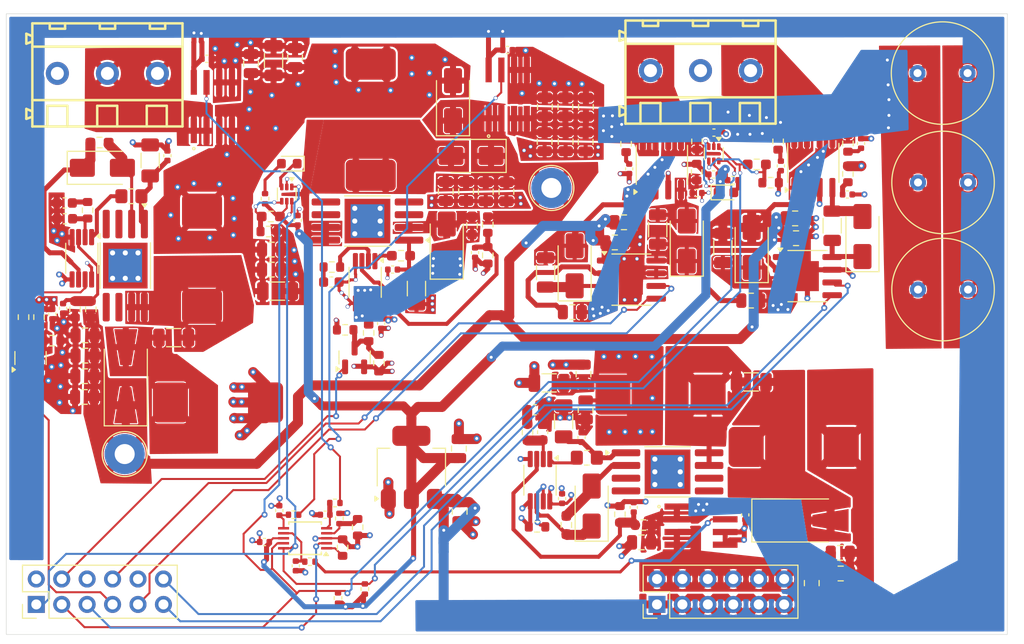
<source format=kicad_pcb>
(kicad_pcb (version 20241229) (generator "pcbnew") (generator_version "9.0")
  (layers (0 "F.Cu" signal) (4 "In1.Cu" signal) (6 "In2.Cu" signal) (2 "B.Cu" signal) (13 "F.Paste" user) (15 "B.Paste" user) (5 "F.SilkS" user "F.Silkscreen") (7 "B.SilkS" user "B.Silkscreen") (1 "F.Mask" user) (3 "B.Mask" user) (25 "Edge.Cuts" user))
  (net 0 "")
  (net 1 "/INVERTER/INV_LOADP")
  (net 2 "Net-(U202-HB)")
  (net 3 "Net-(U201-HB)")
  (net 4 "/INVERTER/INV_LOADN")
  (net 5 "/INVERTER/VINV_N")
  (net 6 "GND")
  (net 7 "Net-(C6-Pad2)")
  (net 8 "Net-(C8-Pad2)")
  (net 9 "Net-(C9-Pad2)")
  (net 10 "Net-(C10-Pad2)")
  (net 11 "Net-(C11-Pad2)")
  (net 12 "Net-(C12-Pad2)")
  (net 13 "Net-(C32-Pad1)")
  (net 14 "Net-(U9-COMP)")
  (net 15 "+BATT")
  (net 16 "Net-(U10B-S2)")
  (net 17 "Net-(C38-Pad1)")
  (net 18 "Net-(D2-A)")
  (net 19 "+6V")
  (net 20 "/INVERTER/10V")
  (net 21 "+3V3")
  (net 22 "Net-(C504-Pad1)")
  (net 23 "Net-(D502-A)")
  (net 24 "Net-(C509-Pad1)")
  (net 25 "Net-(U501B-S2)")
  (net 26 "Net-(U502-FB)")
  (net 27 "Net-(U502-COMP)")
  (net 28 "Net-(C520-Pad1)")
  (net 29 "Net-(U503B-S2)")
  (net 30 "Net-(U504-FB)")
  (net 31 "Net-(D5-A)")
  (net 32 "Net-(D5-K)")
  (net 33 "Net-(D8-A)")
  (net 34 "Net-(D8-K)")
  (net 35 "Net-(D9-A)")
  (net 36 "Net-(D9-K)")
  (net 37 "Net-(D10-A)")
  (net 38 "Net-(D10-K)")
  (net 39 "Net-(D11-K)")
  (net 40 "Net-(D11-A)")
  (net 41 "Net-(D401-K)")
  (net 42 "Net-(D401-A)")
  (net 43 "Net-(D402-K)")
  (net 44 "Net-(D402-A)")
  (net 45 "Net-(D503-K)")
  (net 46 "Net-(D503-A)")
  (net 47 "Net-(D504-A)")
  (net 48 "Net-(D505-K)")
  (net 49 "Net-(D505-A)")
  (net 50 "/INVERTER/PWM.0_LI")
  (net 51 "/INVERTER/PWM.1_LI")
  (net 52 "/INVERTER/PWM.0_HI")
  (net 53 "/INVERTER/PWM.1_HI")
  (net 54 "/SENSORS_CONN/T_SDA")
  (net 55 "/INVERTER/PBOOST_EN")
  (net 56 "/SENSORS_CONN/T_SCL")
  (net 57 "/INVERTER/PSEPIC_EN")
  (net 58 "Net-(Q501-D)")
  (net 59 "Net-(Q502-D)")
  (net 60 "Net-(U9-FA{slash}SD)")
  (net 61 "Net-(U9-I_{SEN})")
  (net 62 "Net-(U402-ADD0)")
  (net 63 "Net-(U502-FA{slash}SD)")
  (net 64 "Net-(U502-I_{SEN})")
  (net 65 "Net-(U504-FA{slash}SD)")
  (net 66 "Net-(U504-COMP)")
  (net 67 "Net-(U504-I_{SEN})")
  (net 80 "/ADC_IBAT")
  (net 81 "Net-(U9-FB)")
  (net 82 "/INVERTER/ADC_IINV")
  (net 83 "Net-(U404-AIN1)")
  (net 84 "Net-(U404-AIN2)")
  (net 85 "Net-(U404-AIN3)")
  (net 86 "/INVERTER/VINV_P")
  (net 87 "/COMPUTE_POWER/6V_N")
  (net 88 "/SENSORS_CONN/ADC_ALERT")
  (net 89 "Net-(P101-Pad2)")
  (net 90 "Net-(U403-ADD0)")
  (net 91 "Net-(U404-ADDR)")
  (net 92 "/SENSORS_CONN/ADC_VBAT")
  (net 93 "/COMPUTE_POWER/ADC_IFPGA")
  (footprint "Resistor_SMD:R_0603_1608Metric" (layer "F.Cu") (at 105.2975 130 90)
    (property "Reference" "R24" (hide yes))
    (property "Value" "2.4k")
  )
  (footprint "Connector_PinHeader_2.54mm:PinHeader_2x06_P2.54mm_Vertical" (layer "F.Cu") (at 47 139 90)
    (property "Reference" "J501" (hide yes))
    (property "Value" "Conn_02x06_Odd_Even")
  )
  (footprint "Capacitor_SMD:C_0805_2012Metric" (layer "F.Cu") (at 101.875 92.8 90)
    (property "Reference" "C205" (hide yes))
    (property "Value" "1uF")
  )
  (footprint "Capacitor_SMD:C_0603_1608Metric" (layer "F.Cu") (at 49.85 100.475 180)
    (property "Reference" "C512" (hide yes))
    (property "Value" "33pF")
  )
  (footprint "Capacitor_SMD:C_0402_1005Metric" (layer "F.Cu") (at 117.815 130.055 -90)
    (property "Reference" "C304" (hide yes))
    (property "Value" "0.1uF")
  )
  (footprint "Resistor_SMD:R_0603_1608Metric_Pad0.98x0.95mm_HandSolder" (layer "F.Cu") (at 83.43 104.165)
    (property "Reference" "R516" (hide yes))
    (property "Value" "0")
  )
  (footprint "Capacitor_SMD:C_0402_1005Metric" (layer "F.Cu") (at 71.2765 129.615 90)
    (property "Reference" "C405" (hide yes))
    (property "Value" "220nF")
  )
  (footprint "Resistor_SMD:R_0402_1005Metric" (layer "F.Cu") (at 77.14 138.36 -90)
    (property "Reference" "R403" (hide yes))
    (property "Value" "4.7k")
  )
  (footprint "Resistor_SMD:R_0603_1608Metric" (layer "F.Cu") (at 81.225 114.9 90)
    (property "Reference" "R513" (hide yes))
    (property "Value" "13k")
  )
  (footprint "Package_SO:VSSOP-8_3x3mm_P0.65mm" (layer "F.Cu") (at 79.85 106.825 -90)
    (property "Reference" "U504" (hide yes))
    (property "Value" "LM3478MM")
  )
  (footprint "Diode_SMD:D_SMA" (layer "F.Cu") (at 111.975 102.7 90)
    (property "Reference" "D9" (hide yes))
    (property "Value" "SS14")
  )
  (footprint "Resistor_SMD:R_0603_1608Metric_Pad0.98x0.95mm_HandSolder" (layer "F.Cu") (at 118.965 95.045 180)
    (property "Reference" "R406" (hide yes))
    (property "Value" "0")
  )
  (footprint "Capacitor_SMD:C_0402_1005Metric" (layer "F.Cu") (at 106.225 95.49 90)
    (property "Reference" "C10" (hide yes))
    (property "Value" "10nF")
  )
  (footprint "Capacitor_SMD:C_0402_1005Metric" (layer "F.Cu") (at 94.07 83.62)
    (property "Reference" "C210" (hide yes))
    (property "Value" "0.1uF")
  )
  (footprint "Resistor_SMD:R_0402_1005Metric" (layer "F.Cu") (at 77.2765 130.415 -90)
    (property "Reference" "R413" (hide yes))
    (property "Value" "20k")
  )
  (footprint "iw-connector:WJ128V-5.0-3P" (layer "F.Cu") (at 113.35 85.675)
    (property "Reference" "P201" (hide yes))
    (property "Value" "WJ128V-5.0-3P")
  )
  (footprint "Capacitor_SMD:C_0805_2012Metric" (layer "F.Cu") (at 100.55 109.8)
    (property "Reference" "C1" (hide yes))
    (property "Value" "220nF")
  )
  (footprint "Resistor_SMD:R_0603_1608Metric_Pad0.98x0.95mm_HandSolder" (layer "F.Cu") (at 70.425 100.25)
    (property "Reference" "R402" (hide yes))
    (property "Value" "0")
  )
  (footprint "Resistor_SMD:R_0402_1005Metric" (layer "F.Cu") (at 76.8265 128.865 180)
    (property "Reference" "R409" (hide yes))
    (property "Value" "1k")
  )
  (footprint "Resistor_SMD:R_0603_1608Metric" (layer "F.Cu") (at 52.125 99.625 -90)
    (property "Reference" "R506" (hide yes))
    (property "Value" "2.7k")
  )
  (footprint "Capacitor_SMD:C_0805_2012Metric" (layer "F.Cu") (at 101.66 116 90)
    (property "Reference" "C36" (hide yes))
    (property "Value" "10uF")
  )
  (footprint "Diode_SMD:D_SMA-SMB_Universal_Handsoldering" (layer "F.Cu") (at 55.94 116.2 90)
    (property "Reference" "D502" (hide yes))
    (property "Value" "SS52")
  )
  (footprint "Resistor_SMD:R_0603_1608Metric" (layer "F.Cu") (at 112.995 92.75 -90)
    (property "Reference" "R5" (hide yes))
    (property "Value" "1")
  )
  (footprint "Capacitor_SMD:C_0402_1005Metric" (layer "F.Cu") (at 99.52 128.42 90)
    (property "Reference" "C301" (hide yes))
    (property "Value" "0.1uF")
  )
  (footprint "TestPoint:TestPoint_THTPad_D4.0mm_Drill2.0mm" (layer "F.Cu") (at 98.45 97.4)
    (property "Reference" "TP501" (hide yes))
    (property "Value" "TestPoint_Flag")
  )
  (footprint "Resistor_SMD:R_0603_1608Metric" (layer "F.Cu") (at 79.1015 131.29 -90)
    (property "Reference" "R412" (hide yes))
    (property "Value" "1k8")
  )
  (footprint "Capacitor_THT:C_Radial_D10.0mm_H16.0mm_P5.00mm" (layer "F.Cu") (at 135.075 107.55)
    (property "Reference" "C201" (hide yes))
    (property "Value" "220uF")
  )
  (footprint "LED_SMD:LED_0603_1608Metric" (layer "F.Cu") (at 115.89 97.845)
    (property "Reference" "D402" (hide yes))
    (property "Value" "RED")
  )
  (footprint "Package_SO:SOIC-8_3.9x4.9mm_P1.27mm" (layer "F.Cu") (at 124.615 94.9 90)
    (property "Reference" "U6" (hide yes))
    (property "Value" "NCE6005AS")
  )
  (footprint "Capacitor_SMD:C_0805_2012Metric" (layer "F.Cu") (at 122.8 100.44)
    (property "Reference" "C212" (hide yes))
    (property "Value" "1uF")
  )
  (footprint "Diode_SMD:D_SMA" (layer "F.Cu") (at 53.6 95.3875)
    (property "Reference" "D503" (hide yes))
    (property "Value" "SS14")
  )
  (footprint "Package_SO:TSSOP-10_3x3mm_P0.5mm" (layer "F.Cu") (at 73.8515 132.39 180)
    (property "Reference" "U404" (hide yes))
    (property "Value" "ADS1115IDGS")
  )
  (footprint "Capacitor_SMD:C_0402_1005Metric" (layer "F.Cu") (at 113 97.9 180)
    (property "Reference" "C9" (hide yes))
    (property "Value" "10nF")
  )
  (footprint "Resistor_SMD:R_0603_1608Metric" (layer "F.Cu") (at 80.2 111.875 90)
    (property "Reference" "R514" (hide yes))
    (property "Value" "39k")
  )
  (footprint "Capacitor_SMD:C_0805_2012Metric" (layer "F.Cu") (at 127.35 135.91)
    (property "Reference" "C41" (hide yes))
    (property "Value" "22uF")
  )
  (footprint "Resistor_SMD:R_1206_3216Metric_Pad1.30x1.75mm_HandSolder" (layer "F.Cu") (at 99.675 120.71 90)
    (property "Reference" "R22" (hide yes))
    (property "Value" "0.05")
  )
  (footprint "Package_SO:VSSOP-8_3x3mm_P0.65mm" (layer "F.Cu") (at 51.55 104.425 -90)
    (property "Reference" "U502" (hide yes))
    (property "Value" "LM3478MM")
  )
  (footprint "iw-inductor:PSPMAA1050H-101M-ANP" (layer "F.Cu") (at 63.555 104.47 -90)
    (property "Reference" "L501" (hide yes))
    (property "Value" "100uH")
  )
  (footprint "iw-power:TMCS1108A3UQDR" (layer "F.Cu") (at 113.4 131.13)
    (property "Reference" "U302" (hide yes))
    (property "Value" "TMCS1108A3UQDR" (hide yes))
  )
  (footprint "Capacitor_SMD:C_0805_2012Metric" (layer "F.Cu") (at 97.8 89.3 -90)
    (property "Reference" "C204" (hide yes))
    (property "Value" "1uF")
  )
  (footprint "Capacitor_SMD:C_0402_1005Metric" (layer "F.Cu") (at 82.595 105.55 180)
    (property "Reference" "C521" (hide yes))
    (property "Value" "1nF")
  )
  (footprint "Package_TO_SOT_SMD:SOT-563" (layer "F.Cu") (at 72.02 98.01 -90)
    (property "Reference" "U402" (hide yes))
    (property "Value" "TMP102xxDRL")
  )
  (footprint "Resistor_SMD:R_0603_1608Metric_Pad0.98x0.95mm_HandSolder" (layer "F.Cu") (at 53.3125 92.8625)
    (property "Reference" "R502" (hide yes))
    (property "Value" "0")
  )
  (footprint "Resistor_SMD:R_0402_1005Metric" (layer "F.Cu") (at 74.33 134.73 180)
    (property "Reference" "R414" (hide yes))
    (property "Value" "1k")
  )
  (footprint "Capacitor_SMD:C_0402_1005Metric" (layer "F.Cu") (at 72.92 135.15 -90)
    (property "Reference" "C406" (hide yes))
    (property "Value" "220nF")
  )
  (footprint "Capacitor_SMD:C_0402_1005Metric" (layer "F.Cu") (at 60.1 94.175 90)
    (property "Reference" "C510" (hide yes))
    (property "Value" "1nF")
  )
  (footprint "Capacitor_SMD:C_1206_3216Metric" (layer "F.Cu") (at 98.23 116.87 180)
    (property "Reference" "C34" (hide yes))
    (property "Value" "4.7uF")
  )
  (footprint "Capacitor_SMD:C_0402_1005Metric" (layer "F.Cu") (at 114.69 91.87 180)
    (property "Reference" "C8" (hide yes))
    (property "Value" "10nF")
  )
  (footprint "Capacitor_SMD:C_0805_2012Metric" (layer "F.Cu") (at 104.79 102.84)
    (property "Reference" "C4" (hide yes))
    (property "Value" "1uF")
  )
  (footprint "Capacitor_SMD:C_1206_3216Metric" (layer "F.Cu") (at 60.725 112.35 180)
    (property "Reference" "C504" (hide yes))
    (property "Value" "4.7uF")
  )
  (footprint "Capacitor_SMD:C_0402_1005Metric" (layer "F.Cu") (at 90.825 103.855 -90)
    (property "Reference" "C522" (hide yes))
    (property "Value" "100pF")
  )
  (footprint "Capacitor_SMD:C_0805_2012Metric" (layer "F.Cu") (at 101.9 89.325 -90)
    (property "Reference" "C208" (hide yes))
    (property "Value" "1uF")
  )
  (footprint "Capacitor_SMD:C_0402_1005Metric" (layer "F.Cu") (at 129.385 92.95 -90)
    (property "Reference" "C6" (hide yes))
    (property "Value" "10nF")
  )
  (footprint "iw-inductor:PSPMAA1050H-101M-ANP" (layer "F.Cu") (at 109.355 118.045)
    (property "Reference" "L301" (hide yes))
    (property "Value" "100uH")
  )
  (footprint "Resistor_SMD:R_0603_1608Metric_Pad0.98x0.95mm_HandSolder" (layer "F.Cu") (at 90.525 101.15 90)
    (property "Reference" "R510" (hide yes))
    (property "Value" "0")
  )
  (footprint "Capacitor_SMD:C_0805_2012Metric" (layer "F.Cu") (at 70.505 103.555)
    (property "Reference" "C502" (hide yes))
    (property "Value" "10uF")
  )
  (footprint "Resistor_SMD:R_0603_1608Metric" (layer "F.Cu") (at 48.575 112.65 180)
    (property "Reference" "R504" (hide yes))
    (property "Value" "13k")
  )
  (footprint "Capacitor_SMD:C_0402_1005Metric" (layer "F.Cu") (at 73.11 100.63 -90)
    (property "Reference" "C401" (hide yes))
    (property "Value" "10nF")
  )
  (footprint "Diode_SMD:D_SMA-SMB_Universal_Handsoldering" (layer "F.Cu") (at 123.4375 130.615)
    (property "Reference" "D2" (hide yes))
    (property "Value" "SS52")
  )
  (footprint "Resistor_SMD:R_0402_1005Metric" (layer "F.Cu") (at 79.82 137.46 -90)
    (property "Reference" "R404" (hide yes))
    (property "Value" "4.7k")
  )
  (footprint "iw-inductor:PSPMAA1050H-101M-ANP" (layer "F.Cu") (at 65.15 118.825)
    (property "Reference" "L502" (hide yes))
    (property "Value" "100uH")
  )
  (footprint "Resistor_SMD:R_0603_1608Metric" (layer "F.Cu") (at 76.525 105.3)
    (property "Reference" "R515" (hide yes))
    (property "Value" "39k")
  )
  (footprint "Resistor_SMD:R_0402_1005Metric" (layer "F.Cu") (at 72.7015 130.04 180)
    (property "Reference" "R410" (hide yes))
    (property "Value" "1k")
  )
  (footprint "Diode_SMD:D_SMA" (layer "F.Cu") (at 88.625 88.675 90)
    (property "Reference" "D501" (hide yes))
    (property "Value" "SS510")
  )
  (footprint "Capacitor_SMD:C_0805_2012Metric" (layer "F.Cu") (at 101.87 119.57 -90)
    (property "Reference" "C35" (hide yes))
    (property "Value" "10uF")
  )
  (footprint "Resistor_SMD:R_0603_1608Metric" (layer "F.Cu") (at 121.1 92.75 90)
    (property "Reference" "R10" (hide yes))
    (property "Value" "1")
  )
  (footprint "Capacitor_SMD:C_0805_2012Metric" (layer "F.Cu") (at 72.85 84.375 90)
    (property "Reference" "C515" (hide yes))
    (property "Value" "10uF")
  )
  (footprint "Capacitor_SMD:C_0402_1005Metric" (layer "F.Cu") (at 128.02 98.05 180)
    (property "Reference" "C11" (hide yes))
    (property "Value" "10nF")
  )
  (footprint "Capacitor_SMD:C_0805_2012Metric" (layer "F.Cu") (at 70.505 105.555)
    (property "Reference" "C514" (hide yes))
    (property "Value" "10uF")
  )
  (footprint "iw-connector:WJ128V-5.0-3P" (layer "F.Cu") (at 54.105 85.955)
    (property "Reference" "P101" (hide yes))
    (property "Value" "WJ128V-5.0-3P")
  )
  (footprint "Capacitor_SMD:C_0805_2012Metric" (layer "F.Cu") (at 68.45 84.975 90)
    (property "Reference" "C503" (hide yes))
    (property "Value" "10uF")
  )
  (footprint "Capacitor_SMD:C_0805_2012Metric" (layer "F.Cu") (at 122.89 102.42)
    (property "Reference" "C3" (hide yes))
    (property "Value" "1uF")
  )
  (footprint "Package_SO:SOP-8-1EP_4.57x4.57mm_P1.27mm_EP4.57x4.45mm_ThermalVias" (layer "F.Cu") (at 55.89 105.155 -90)
    (property "Reference" "U501" (hide yes))
    (property "Value" "NCE6005AS")
  )
  (footprint "TestPoint:TestPoint_THTPad_D4.0mm_Drill2.0mm" (layer "F.Cu") (at 55.83 123.98 -90)
    (property "Reference" "TP502" (hide yes))
    (property "Value" "TestPoint_Flag")
  )
  (footprint "Resistor_SMD:R_0402_1005Metric" (layer "F.Cu") (at 69.85 98.475 -90)
    (property "Reference" "R401" (hide yes))
    (property "Value" "1k")
  )
  (footprint "Resistor_SMD:R_0603_1608Metric" (layer "F.Cu") (at 47.275 110.3 -90)
    (property "Reference" "R501" (hide yes))
    (property "Value" "27k")
  )
  (footprint "Capacitor_SMD:C_0805_2012Metric" (layer "F.Cu") (at 51.825 118.275 180)
    (property "Reference" "C505" (hide yes))
    (property "Value" "22uF")
  )
  (footprint "Resistor_SMD:R_0603_1608Metric" (layer "F.Cu") (at 96.07 121.8075 -90)
    (property "Reference" "R19" (hide yes))
    (property "Value" "2.7k")
  )
  (footprint "Resistor_SMD:R_0603_1608Metric" (layer "F.Cu") (at 128.07 96 90)
    (property "Reference" "R8" (hide yes))
    (property "Value" "1")
  )
  (footprint "Diode_SMD:D_SMA" (layer "F.Cu") (at 129.525 102.25 90)
    (property "Reference" "D10" (hide yes))
    (property "Value" "SS14")
  )
  (footprint "Capacitor_SMD:C_0402_1005Metric" (layer "F.Cu") (at 81.45 110.95 -90)
    (property "Reference" "C524" (hide yes))
    (property "Value" "0.1uF")
  )
  (footprint "Resistor_SMD:R_0603_1608Metric" (layer "F.Cu") (at 120.35 96.875 180)
    (property "Reference" "R407" (hide yes))
    (property "Value" "10k")
  )
  (footprint "Capacitor_SMD:C_0402_1005Metric" (layer "F.Cu") (at 101.465 122.32 90)
    (property "Reference" "C37" (hide yes))
    (property "Value" "1nF" (hide yes))
  )
  (footprint "Capacitor_SMD:C_0805_2012Metric" (layer "F.Cu") (at 107.46 132.8 180)
    (property "Reference" "C43" (hide yes))
    (property "Value" "22uF")
  )
  (footprint "Resistor_SMD:R_0603_1608Metric_Pad0.98x0.95mm_HandSolder" (layer "F.Cu") (at 99.945 131.065 90)
    (property "Reference" "R20" (hide yes))
    (property "Value" "0")
  )
  (footprint "Capacitor_SMD:C_0402_1005Metric" (layer "F.Cu") (at 121.375 95.195 90)
    (property "Reference" "C12" (hide yes))
    (property "Value" "10nF")
  )
  (footprint "Capacitor_SMD:C_1206_3216Metric" (layer "F.Cu") (at 118.415 116.775)
    (property "Reference" "C38" (hide yes))
    (property "Value" "4.7uF")
  )
  (footprint "Capacitor_THT:C_Radial_D10.0mm_H16.0mm_P5.00mm" (layer "F.Cu") (at 135.075 96.85)
    (property "Reference" "C203" (hide yes))
    (property "Value" "220uF")
  )
  (footprint "Package_SO:SOP-8-1EP_4.57x4.57mm_P1.27mm_EP4.57x4.45mm_ThermalVias" (layer "F.Cu") (at 80.08 100.705 180)
    (property "Reference" "U503" (hide yes))
    (property "Value" "NCE6005AS")
  )
  (footprint "Capacitor_SMD:C_0805_2012Metric" (layer "F.Cu") (at 87.9 97.75 -90)
    (property "Reference" "C519" (hide yes))
    (property "Value" "10uF")
  )
  (footprint "Resistor_SMD:R_0402_1005Metric" (layer "F.Cu") (at 116.575 96.625 180)
    (property "Reference" "R405" (hide yes))
    (property "Value" "1k")
  )
  (footprint "Resistor_SMD:R_1206_3216Metric_Pad1.30x1.75mm_HandSolder" (layer "F.Cu") (at 58.375 94.65 90)
    (property "Reference" "R508" (hide yes))
    (property "Value" "0.05")
  )
  (footprint "Resistor_SMD:R_0603_1608Metric" (layer "F.Cu") (at 52.45 109.525 90)
    (property "Reference" "R503" (hide yes))
    (property "Value" "4.7k")
  )
  (footprint "Capacitor_SMD:C_0402_1005Metric" (layer "F.Cu") (at 48.6 110 -90)
    (property "Reference" "C523" (hide yes))
    (property "Value" "0.1uF")
  )
  (footprint "iw-inductor:PA4343.223NLT" (layer "F.Cu") (at 80.41 90.585 180)
    (property "Reference" "L505" (hide yes))
    (property "Value" "22uH")
  )
  (footprint "Resistor_SMD:R_0805_2012Metric_Pad1.20x1.40mm_HandSolder" (layer "F.Cu") (at 56.5 98.225)
    (property "Reference" "R507" (hide yes))
    (property "Value" "2.4k")
  )
  (footprint "Resistor_SMD:R_1206_3216Metric" (layer "F.Cu") (at 126.5 101.175 90)
    (property "Reference" "R2" (hide yes))
    (property "Value" "10")
  )
  (footprint "Diode_SMD:D_SMA" (layer "F.Cu") (at 102.475 129.175 90)
    (property "Reference" "D5" (hide yes))
    (property "Value" "SS14")
  )
  (footprint "Capacitor_SMD:C_0805_2012Metric" (layer "F.Cu") (at 118.375 108.65)
    (property "Reference" "C2" (hide yes))
    (property "Value" "220nF")
  )
  (footprint "iw-power:TMCS1108A3UQDR" (layer "F.Cu") (at 64.64 89.268599 90)
    (property "Reference" "U102" (hide yes))
    (property "Value" "TMCS1108A3UQDR" (hide yes))
  )
  (footprint "Capacitor_SMD:C_0402_1005Metric" (layer "F.Cu") (at 64.025 84.5)
    (property "Reference" "C102" (hide yes))
    (property "Value" "0.1uF")
  )
  (footprint "Resistor_SMD:R_0603_1608Metric" (layer "F.Cu") (at 105.915 92.995 90)
    (property "Reference" "R7" (hide yes))
    (property "Value" "1")
  )
  (footprint "Package_SO:SOIC-8-1EP_3.9x4.9mm_P1.27mm_EP2.29x3mm" (layer "F.Cu") (at 124.025 106.205)
    (property "Reference" "U201" (hide yes))
    (property "Value" "UCC27282DR")
  )
  (footprint "Capacitor_SMD:C_0805_2012Metric" (layer "F.Cu") (at 89.29 129.73 -90)
    (property "Reference" "C103" (hide yes))
    (property "Value" "1uF")
  )
  (footprint "Diode_SMD:D_SMA" (layer "F.Cu") (at 90.425 94.2 180)
    (property "Reference" "D504" (hide yes))
    (property "Value" "SS510")
  )
  (footprint "Package_TO_SOT_SMD:SOT-223-3_TabPin2" (layer "F.Cu") (at 84.46625 125.31 90)
    (property "Reference" "U101" (hide yes))
    (property "Value" "AMS1117-3.3")
  )
  (footprint "Resistor_SMD:R_0603_1608Metric" (layer "F.Cu") (at 77.5965 133.32 -90)
    (property "Reference" "R411" (hide yes))
    (property "Value" "10k")
  )
  (footprint "Resistor_SMD:R_0603_1608Metric" (layer "F.Cu") (at 92.1 104.125 -90)
    (property "Reference" "R518" (hide yes))
    (property "Value" "1k")
  )
  (footprint "Package_TO_SOT_SMD:SOT-23" (layer "F.Cu") (at 46.425 114.3875 90)
    (property "Reference" "Q501" (hide yes))
    (property "Value" "AO3400A")
  )
  (footprint "Resistor_SMD:R_1206_3216Metric" (layer "F.Cu") (at 97.875 105.8375 -90)
    (property "Reference" "R3" (hide yes))
    (property "Value" "10")
  )
  (footprint "Resistor_SMD:R_1206_3216Metric" (layer "F.Cu") (at 109.075 101.55 -90)
    (property "Reference" "R4" (hide yes))
    (property "Value" "10")
  )
  (footprint "Capacitor_SMD:C_0603_1608Metric" (layer "F.Cu") (at 96.81 119.5575)
    (property "Reference" "C32" (hide yes))
    (property "Value" "220nF")
  )
  (footprint "Resistor_SMD:R_0603_1608Metric" (layer "F.Cu") (at 112.965 95.81 90)
    (property "Reference" "R6" (hide yes))
    (property "Value" "1")
  )
  (footprint "Capacitor_SMD:C_0805_2012Metric" (layer "F.Cu") (at 99.875 92.775 90)
    (property "Reference" "C207" (hide yes))
    (property "Value" "1uF")
  )
  (footprint "Resistor_SMD:R_0805_2012Metric_Pad1.20x1.40mm_HandSolder" (layer "F.Cu") (at 101.995 124.345)
    (property "Reference" "R21" (hide yes))
    (property "Value" "2.4k")
  )
  (footprint "Capacitor_SMD:C_0402_1005Metric" (layer "F.Cu") (at 69.7965 132.765 180)
    (property "Reference" "C404" (hide yes))
    (property "Value" "0.1uF")
  )
  (footprint "Resistor_SMD:R_0603_1608Metric" (layer "F.Cu") (at 70.225 101.75 180)
    (property "Reference" "R408" (hide yes))
    (property "Value" "10k")
  )
  (footprint "Capacitor_SMD:C_0805_2012Metric" (layer "F.Cu") (at 99.85 89.3 -90)
    (property "Reference" "C209" (hide yes))
    (property "Value" "1uF")
  )
  (footprint "Package_SO:VSSOP-8_3x3mm_P0.65mm" (layer "F.Cu") (at 97.315 126.5875 -90)
    (property "Reference" "U9" (hide yes))
    (property "Value" "LM3478MM")
  )
  (footprint "Diode_SMD:D_SMA" (layer "F.Cu") (at 118.46 103.34 90)
    (property "Reference" "D11" (hide yes))
    (property "Value" "SS14")
  )
  (footprint "Capacitor_SMD:C_0402_1005Metric" (layer "F.Cu") (at 49.675 109.425 -90)
    (property "Reference" "C511" (hide yes))
    (property "Value" "100pF")
  )
  (footprint "Resistor_SMD:R_0603_1608Metric" (layer "F.Cu") (at 97.02 131.25)
    (property "Reference" "R18" (hide yes))
    (property "Value" "39k")
  )
  (footprint "Resistor_SMD:R_0603_1608Metric" (layer "F.Cu") (at 77.855 111.57)
    (property "Reference" "R511" (hide yes))
    (property "Value" "27k")
  )
  (footprint "Resistor_SMD:R_0603_1608Metric" (layer "F.Cu") (at 50.875 109.525 -90)
    (property "Reference" "R509" (hide yes))
    (property "Value" "680")
  )
  (footprint "Capacitor_SMD:C_0805_2012Metric" (layer "F.Cu") (at 51.85 116.2 180)
    (property "Reference" "C506" (hide yes))
    (property "Value" "22uF")
  )
  (footprint "Package_TO_SOT_SMD:SOT-23" (layer "F.Cu") (at 78.795 114.33 90)
    (property "Reference" "Q502" (hide yes))
    (property "Value" "AO3400A")
  )
  (footprint "Capacitor_THT:C_Radial_D10.0mm_H16.0mm_P5.00mm" (layer "F.Cu") (at 135.025 85.925)
    (property "Reference" "C202" (hide yes))
    (property "Value" "220uF")
  )
  (footprint "Capacitor_SMD:C_0805_2012Metric" (layer "F.Cu") (at 97.775 92.775 90)
    (property "Reference" "C206" (hide yes))
    (property "Value" "1uF")
  )
  (footprint "Capacitor_SMD:C_0402_1005Metric" (layer "F.Cu") (at 75.8515 130.04 180)
    (property "Reference" "C402" (hide yes))
    (property "Value" "220nF")
  )
  (footprint "Capacitor_SMD:C_0805_2012Metric" (layer "F.Cu") (at 91.9 97.775 -90)
    (property "Reference" "C517" (hide yes))
    (property "Value" "10uF")
  )
  (footprint "Package_SO:SOIC-8-1EP_3.9x4.9mm_P1.27mm_EP2.29x3mm" (layer "F.Cu") (at 106.445 106.555)
    (property "Reference" "U202" (hide yes))
    (property "Value" "UCC27282DR")
  )
  (footprint "Capacitor_SMD:C_0805_2012Metric" (layer "F.Cu") (at 105.7 100.83)
    (property "Reference" "C211" (hide yes))
    (property "Value" "1uF")
  )
  (footprint "Resistor_SMD:R_1206_3216Metric" (layer "F.Cu") (at 115.58 103.39 -90)
    (property "Reference" "R1" (hide yes))
    (property "Value" "10")
  )
  (footprint "Capacitor_SMD:C_0805_2012Metric" (layer "F.Cu") (at 89.21375 123.43 90)
    (property "Reference" "C101" (hide yes))
    (property "Value" "22uF")
  )
  (footprint "Resistor_SMD:R_0603_1608Metric" (layer "F.Cu") (at 128.075 92.95 90)
    (property "Reference" "R9" (hide yes))
    (property "Value" "1")
  )
  (footprint "iw-inductor:PSPMAA1050H-101M-ANP" (layer "F.Cu") (at 122.655 123.265)
    (property "Reference" "L302" (hide yes))
    (property "Value" "100uH")
  )
  (footprint "Capacitor_SMD:C_1206_3216Metric" (layer "F.Cu") (at 71.105 107.705)
    (property "Reference" "C501" (hide yes))
    (property "Value" "4.7uF")
  )
  (footprint "Capacitor_SMD:C_1206_3216Metric" (layer "F.Cu") (at 70.7 84.675 90)
    (property "Reference" "C513" (hide yes))
    (property "Value" "4.7uF")
  )
  (footprint "Capacitor_SMD:C_0805_2012Metric" (layer "F.Cu") (at 51.875 114.15 180)
    (property "Reference" "C507" (hide yes))
    (property "Value" "22uF")
  )
  (footprint "Capacitor_SMD:C_0805_2012Metric" (layer "F.Cu") (at 89.93 97.745 -90)
    (property "Reference" "C518" (hide yes))
    (property "Value" "10uF")
  )
  (footprint "Capacitor_SMD:C_0805_2012Metric" (layer "F.Cu") (at 127.31 133.85)
    (property "Reference" "C40" (hide yes))
    (property "Value" "22uF")
  )
  (footprint "Resistor_SMD:R_0603_1608Metric" (layer "F.Cu") (at 45.725 110.3 90)
    (property "Reference" "R505" (hide yes))
    (property "Value" "39k")
  )
  (footprint "iw-power:TMCS1108A3UQDR" (layer "F.Cu") (at 94.09 88.023411 90)
    (property "Reference" "U204" (hide yes))
    (property "Value" "TMCS1108A3UQDR" (hide yes))
  )
  (footprint "Resistor_SMD:R_1206_3216Metric_Pad1.30x1.75mm_HandSolder" (layer "F.Cu") (at 84.975 107.45 -90)
    (property "Reference" "R517" (hide yes))
    (property "Value" "0.02")
  )
  (footprint "Package_TO_SOT_SMD:SOT-563" (layer "F.Cu") (at 114.675 93.9875 -90)
    (property "Reference" "U403" (hide yes))
    (property "Value" "TMP102xxDRL")
  )
  (footprint "LED_SMD:LED_0603_1608Metric" (layer "F.Cu") (at 72.2725 94.97 180)
    (property "Reference" "D401" (hide yes))
    (property "Value" "RED")
  )
  (footprint "Capacitor_SMD:C_0805_2012Metric" (layer "F.Cu") (at 124.46 136.87 -90)
    (property "Reference" "C42" (hide yes))
    (property "Value" "22uF")
  )
  (footprint "Capacitor_SMD:C_0603_1608Metric" (layer "F.Cu") (at 49.825 98.9 180)
    (property "Reference" "C509" (hide yes))
    (property "Value" "220nF")
  )
  (footprint "Capacitor_SMD:C_0402_1005Metric" (layer "F.Cu") (at 106.6775 129.3 90)
    (property "Reference" "C39" (hide yes))
    (property "Value" "100pF")
  )
  (footprint "Diode_SMD:D_SMA" (layer "F.Cu") (at 100.775 105.175 90)
    (property "Reference" "D8" (hide yes))
    (property "Value" "SS14")
  )
  (footprint "Capacitor_SMD:C_0603_1608Metric" (layer "F.Cu") (at 76.475 106.8)
    (property "Reference" "C520" (hide yes))
    (property "Value" "100nF")
  )
  (footprint "Capacitor_SMD:C_0402_1005Metric" (layer "F.Cu") (at 114.65 96.05)
    (property "Reference" "C403" (hide yes))
    (property "Value" "10nF")
  )
  (footprint "Capacitor_SMD:C_0805_2012Metric" (layer "F.Cu") (at 93.96 97.775 -90)
    (property "Reference" "C516" (hide yes))
    (property "Value" "10uF")
  )
  (footprint "Capacitor_SMD:C_0603_1608Metric" (layer "F.Cu") (at 97.58 121.8025 90)
    (property "Reference" "C33" (hide yes))
    (property "Value" "33pF")
  )
  (footprint "Package_SO:SOIC-8_3.9x4.9mm_P1.27mm" (layer "F.Cu") (at 109.49 95.095 90)
    (property "Reference" "U7" (hide yes))
    (property "Value" "NCE6005AS")
  )
  (footprint "Resistor_SMD:R_0603_1608Metric" (layer "F.Cu") (at 92.1 101.055 -90)
    (property "Reference" "R512" (hide yes))
    (property "Value" "30k")
  )
  (footprint "Capacitor_SMD:C_0805_2012Metric" (layer "F.Cu") (at 51.875 112.125 180)
    (property "Reference" "C508" (hide yes))
    (property "Value" "22uF")
  )
  (footprint "Diode_SMD:D_SMA" (layer "F.Cu") (at 88 103 90)
    (property "Reference" "D505" (hide yes))
    (property "Value" "SS14")
  )
  (footprint "Connector_PinHeader_2.54mm:PinHeader_2x06_P2.54mm_Vertical" (layer "F.Cu") (at 109 139 90)
    (property "Reference" "J301" (hide yes))
    (property "Value" "Conn_02x06_Odd_Even" (hide yes))
  )
  (footprint "Resistor_SMD:R_0603_1608Metric" (layer "F.Cu") (at 107.6475 131.07 180)
    (property "Reference" "R23" (hide yes))
    (property "Value" "9.1k")
  )
  (footprint "Package_SO:SOP-8-1EP_4.57x4.57mm_P1.27mm_EP4.57x4.45mm_ThermalVias" (layer "F.Cu") (at 110.055 125.755)
    (property "Reference" "U10" (hide yes))
    (property "Value" "NCE6005AS")
  )
  (gr_rect (start 44 80) (end 144 142) (stroke (width 0.05)) (fill no) (layer "Edge.Cuts"))
  (segment (start 107.585 98.407736) (end 107.585 97.57) (width 0.5) (layer "F.Cu") (net 1))
  (via (at 106.11 97.56) (size 0.4) (drill 0.3) (layers "F.Cu" "B.Cu") (net 1))
  (via (at 104.13 109.65) (size 0.4) (drill 0.3) (layers "F.Cu" "B.Cu") (net 1))
  (via (at 102.59 109.49) (size 0.4) (drill 0.3) (layers "F.Cu" "B.Cu") (net 1))
  (via (at 103.34 109.93) (size 0.4) (drill 0.3) (layers "F.Cu" "B.Cu") (net 1))
  (via (at 108.79 95.34) (size 0.4) (drill 0.3) (layers "F.Cu" "B.Cu") (net 1))
  (via (at 109.51 94.58) (size 0.4) (drill 0.3) (layers "F.Cu" "B.Cu") (net 1))
  (via (at 105.99 98.21) (size 0.4) (drill 0.3) (layers "F.Cu" "B.Cu") (net 1))
  (via (at 102.69 110.17) (size 0.4) (drill 0.3) (layers "F.Cu" "B.Cu") (net 1))
  (via (at 108.11 96.02) (size 0.4) (drill 0.3) (layers "F.Cu" "B.Cu") (net 1))
  (via (at 103.51 109.31) (size 0.4) (drill 0.3) (layers "F.Cu" "B.Cu") (net 1))
  (segment (start 96.96 109.11) (end 98.91 109.11) (width 0.5) (layer "F.Cu") (net 2))
  (segment (start 96.13 106.61) (end 96.13 108.28) (width 0.5) (layer "F.Cu") (net 2))
  (segment (start 102.81 105.92) (end 102.17 105.28) (width 0.5) (layer "F.Cu") (net 2))
  (segment (start 96.9 105.84) (end 96.13 106.61) (width 0.5) (layer "F.Cu") (net 2))
  (segment (start 98.93 105.84) (end 96.9 105.84) (width 0.5) (layer "F.Cu") (net 2))
  (segment (start 96.13 108.28) (end 96.96 109.11) (width 0.5) (layer "F.Cu") (net 2))
  (segment (start 99.49 105.28) (end 98.93 105.84) (width 0.5) (layer "F.Cu") (net 2))
  (segment (start 103.97 105.92) (end 102.81 105.92) (width 0.5) (layer "F.Cu") (net 2))
  (segment (start 98.91 109.11) (end 99.6 109.8) (width 0.5) (layer "F.Cu") (net 2))
  (segment (start 102.17 105.28) (end 99.49 105.28) (width 0.5) (layer "F.Cu") (net 2))
  (segment (start 119.418292 103.65) (end 119.43 103.65) (width 0.5) (layer "F.Cu") (net 3))
  (segment (start 113.98 104.15) (end 114.491 103.639) (width 0.5) (layer "F.Cu") (net 3))
  (segment (start 120.124 104.344) (end 120.124 104.7031) (width 0.5) (layer "F.Cu") (net 3))
  (segment (start 113.98 107.3) (end 113.98 104.15) (width 0.5) (layer "F.Cu") (net 3))
  (segment (start 119.407292 103.639) (end 119.418292 103.65) (width 0.5) (layer "F.Cu") (net 3))
  (segment (start 115.33 108.65) (end 113.98 107.3) (width 0.5) (layer "F.Cu") (net 3))
  (segment (start 120.4739 105.051) (end 120.9929 105.57) (width 0.5) (layer "F.Cu") (net 3))
  (segment (start 119.299 103.639) (end 119.407292 103.639) (width 0.5) (layer "F.Cu") (net 3))
  (segment (start 120.9929 105.57) (end 121.55 105.57) (width 0.5) (layer "F.Cu") (net 3))
  (segment (start 120.124 104.7031) (end 120.4719 105.051) (width 0.5) (layer "F.Cu") (net 3))
  (segment (start 117.425 108.65) (end 115.33 108.65) (width 0.5) (layer "F.Cu") (net 3))
  (segment (start 120.4719 105.051) (end 120.4739 105.051) (width 0.5) (layer "F.Cu") (net 3))
  (segment (start 119.43 103.65) (end 120.124 104.344) (width 0.5) (layer "F.Cu") (net 3))
  (segment (start 114.491 103.639) (end 119.241 103.639) (width 0.5) (layer "F.Cu") (net 3))
  (via (at 121.424026 109.035158) (size 0.4) (drill 0.3) (layers "F.Cu" "B.Cu") (net 4))
  (via (at 125.61 93.74) (size 0.4) (drill 0.3) (layers "F.Cu" "B.Cu") (net 4))
  (via (at 120.6 109.14) (size 0.4) (drill 0.3) (layers "F.Cu" "B.Cu") (net 4))
  (via (at 123.38 95.77) (size 0.4) (drill 0.3) (layers "F.Cu" "B.Cu") (net 4))
  (via (at 121.09 109.56) (size 0.4) (drill 0.3) (layers "F.Cu" "B.Cu") (net 4))
  (via (at 124.14 95.1) (size 0.4) (drill 0.3) (layers "F.Cu" "B.Cu") (net 4))
  (via (at 122.08 109.54) (size 0.4) (drill 0.3) (layers "F.Cu" "B.Cu") (net 4))
  (via (at 125.03 94.35) (size 0.4) (drill 0.3) (layers "F.Cu" "B.Cu") (net 4))
  (via (at 121.34 90.85) (size 0.6) (drill 0.3) (layers "F.Cu" "B.Cu") (net 5))
  (via (at 105.47 91.05) (size 0.6) (drill 0.3) (layers "F.Cu" "B.Cu") (net 5))
  (via (at 132.17 88.58) (size 0.6) (drill 0.3) (layers "F.Cu" "B.Cu") (net 5))
  (via (at 117.06 92.04) (size 0.6) (drill 0.3) (layers "F.Cu" "B.Cu") (net 5))
  (via (at 103.66 90.21) (size 0.6) (drill 0.3) (layers "F.Cu" "B.Cu") (net 5))
  (via (at 104.49 92.26) (size 0.6) (drill 0.3) (layers "F.Cu" "B.Cu") (net 5))
  (via (at 119.93 90.37) (size 0.6) (drill 0.3) (layers "F.Cu" "B.Cu") (net 5))
  (via (at 119.52 91.96) (size 0.6) (drill 0.3) (layers "F.Cu" "B.Cu") (net 5))
  (via (at 118.23 90.15) (size 0.6) (drill 0.3) (layers "F.Cu" "B.Cu") (net 5))
  (via (at 116.1 89.82) (size 0.6) (drill 0.3) (layers "F.Cu" "B.Cu") (net 5))
  (via (at 104.55 90.19) (size 0.6) (drill 0.3) (layers "F.Cu" "B.Cu") (net 5))
  (via (at 132.01 84.62) (size 0.6) (drill 0.3) (layers "F.Cu" "B.Cu") (net 5))
  (via (at 132.09 87.1) (size 0.6) (drill 0.3) (layers "F.Cu" "B.Cu") (net 5))
  (via (at 103.65 91.68) (size 0.6) (drill 0.3) (layers "F.Cu" "B.Cu") (net 5))
  (via (at 104.48 91.28) (size 0.6) (drill 0.3) (layers "F.Cu" "B.Cu") (net 5))
  (via (at 118.29 92.04) (size 0.6) (drill 0.3) (layers "F.Cu" "B.Cu") (net 5))
  (via (at 132.17 90.15) (size 0.6) (drill 0.3) (layers "F.Cu" "B.Cu") (net 5))
  (via (at 132.12 91.39) (size 0.6) (drill 0.3) (layers "F.Cu" "B.Cu") (net 5))
  (segment (start 124.025 106.205) (end 124.025 108.425) (width 0.5) (layer "F.Cu") (net 6))
  (segment (start 73.283181 99.5) (end 73.283181 99.436819) (width 0.2) (layer "F.Cu") (net 6))
  (segment (start 90.54 131.93) (end 89.29 130.68) (width 1) (layer "F.Cu") (net 6))
  (segment (start 69.8175 117.34) (end 66.8025 117.34) (width 1) (layer "F.Cu") (net 6))
  (segment (start 66.79 120.4) (end 66.79 120.37) (width 1) (layer "F.Cu") (net 6))
  (segment (start 74.7115 130.04) (end 74.5365 129.865) (width 0.5) (layer "F.Cu") (net 6))
  (segment (start 105.82 133.18) (end 106.2 132.8) (width 0.5) (layer "F.Cu") (net 6))
  (segment (start 67.59 122.1) (end 69.9 119.79) (width 1) (layer "F.Cu") (net 6))
  (segment (start 80.2915 132.115) (end 80.3165 132.09) (width 0.5) (layer "F.Cu") (net 6))
  (segment (start 77.4915 132.39) (end 77.5965 132.495) (width 0.2) (layer "F.Cu") (net 6))
  (segment (start 115.17 91.87) (end 115.12 91.87) (width 0.2) (layer "F.Cu") (net 6))
  (segment (start 66.79 120.37) (end 66.76 120.4) (width 1) (layer "F.Cu") (net 6))
  (segment (start 78.3315 133.23) (end 77.5965 132.495) (width 0.5) (layer "F.Cu") (net 6))
  (segment (start 96.755 115.215) (end 96.74 115.2) (width 1) (layer "F.Cu") (net 6))
  (segment (start 126.5 105.57) (end 127.94 105.57) (width 0.5) (layer "F.Cu") (net 6))
  (segment (start 82.115 106.36) (end 82.075 106.4) (width 0.3) (layer "F.Cu") (net 6))
  (segment (start 75.3715 130.04) (end 74.7115 130.04) (width 0.5) (layer "F.Cu") (net 6))
  (segment (start 92.1 105.475) (end 91.65 105.925) (width 0.5) (layer "F.Cu") (net 6))
  (segment (start 115.855 92.025) (end 115.895 92.025) (width 0.5) (layer "F.Cu") (net 6))
  (segment (start 123.75 100.44) (end 124.88 100.44) (width 0.5) (layer "F.Cu") (net 6))
  (segment (start 68.608073 132.765) (end 69.3165 132.765) (width 0.2) (layer "F.Cu") (net 6))
  (segment (start 124.025 108.425) (end 124.02 108.43) (width 0.5) (layer "F.Cu") (net 6))
  (segment (start 69.9 118.825) (end 69.9 117.03) (width 1) (layer "F.Cu") (net 6))
  (segment (start 82.115 105.55) (end 82.115 106.36) (width 0.3) (layer "F.Cu") (net 6))
  (segment (start 69.3165 132.765) (end 69.3165 131.8865) (width 0.2) (layer "F.Cu") (net 6))
  (segment (start 69.9 118.825) (end 66.745 118.825) (width 1) (layer "F.Cu") (net 6))
  (segment (start 123.87 106.05) (end 123.87 102.28) (width 1) (layer "F.Cu") (net 6))
  (segment (start 96.34 124.475) (end 95.375 124.475) (width 0.4) (layer "F.Cu") (net 6))
  (segment (start 127.94 105.57) (end 128.55 106.18) (width 0.5) (layer "F.Cu") (net 6))
  (segment (start 115.63 91.8) (end 115.855 92.025) (width 0.5) (layer "F.Cu") (net 6))
  (segment (start 113.98 96.05) (end 114.17 96.05) (width 0.5) (layer "F.Cu") (net 6))
  (segment (start 78.4125 108.9375) (end 78.875 108.9375) (width 0.3) (layer "F.Cu") (net 6))
  (segment (start 69.3165 132.765) (end 69.3015 132.78) (width 0.2) (layer "F.Cu") (net 6))
  (segment (start 77.5 107.875) (end 77.25 107.625) (width 0.3) (layer "F.Cu") (net 6))
  (segment (start 79.1015 133.215) (end 79.0865 133.23) (width 0.5) (layer "F.Cu") (net 6))
  (segment (start 105.74 102.9) (end 105.74 102.56) (width 0.5) (layer "F.Cu") (net 6))
  (segment (start 91.44 104.95) (end 90.825 104.335) (width 0.5) (layer "F.Cu") (net 6))
  (segment (start 107.28 103.04) (end 105.88 103.04) (width 0.5) (layer "F.Cu") (net 6))
  (segment (start 78.72 115.21) (end 79.6875 115.21) (width 0.5) (layer "F.Cu") (net 6))
  (segment (start 96.34 131.105) (end 96.195 131.25) (width 0.4) (layer "F.Cu") (net 6))
  (segment (start 105.7425 128.73) (end 107.86 128.73) (width 0.5) (layer "F.Cu") (net 6))
  (segment (start 124.87 102.25) (end 124.89 102.23) (width 0.5) (layer "F.Cu") (net 6))
  (segment (start 59.505 93.1) (end 60.1 93.695) (width 0.5) (layer "F.Cu") (net 6))
  (segment (start 114.771 92.253232) (end 114.675 92.349232) (width 0.2) (layer "F.Cu") (net 6))
  (segment (start 124.025 106.205) (end 123.87 106.05) (width 1) (layer "F.Cu") (net 6))
  (segment (start 106.225 95.97) (end 106.225 96.8) (width 0.5) (layer "F.Cu") (net 6))
  (segment (start 129.385 95.225) (end 129.42 95.19) (width 1) (layer "F.Cu") (net 6))
  (segment (start 114.791 92.199) (end 114.791 92.22655) (width 0.2) (layer "F.Cu") (net 6))
  (segment (start 117.69 132.55) (end 116.298599 132.55) (width 0.5) (layer "F.Cu") (net 6))
  (segment (start 81.45 111.43) (end 81.45 112.125) (width 0.5) (layer "F.Cu") (net 6))
  (segment (start 123.87 102.28) (end 123.84 102.25) (width 1) (layer "F.Cu") (net 6))
  (segment (start 77.95 108.325) (end 77.5 107.875) (width 0.3) (layer "F.Cu") (net 6))
  (segment (start 121.175 96.875) (end 121.175 97.895) (width 0.4) (layer "F.Cu") (net 6))
  (segment (start 71.0015 129.135) (end 71.2765 129.135) (width 0.2) (layer "F.Cu") (net 6))
  (segment (start 69.88 118.805) (end 69.9 118.825) (width 1) (layer "F.Cu") (net 6))
  (segment (start 78.9 106.575) (end 78.9 106.025) (width 0.3) (layer "F.Cu") (net 6))
  (segment (start 60.1 93.695) (end 60.1 92.85) (width 0.5) (layer "F.Cu") (net 6))
  (segment (start 69.9 119.79) (end 69.9 118.825) (width 1) (layer "F.Cu") (net 6))
  (segment (start 78.1 109.25) (end 78.4125 108.9375) (width 0.3) (layer "F.Cu") (net 6))
  (segment (start 124.87 101.3) (end 124.79 101.3) (width 0.5) (layer "F.Cu") (net 6))
  (segment (start 50.0175 106.5375) (end 50.575 106.5375) (width 0.4) (layer "F.Cu") (net 6))
  (segment (start 113.48 97.9) (end 114.125 97.9) (width 0.2) (layer "F.Cu") (net 6))
  (segment (start 99.52 127.43) (end 99.48 127.39) (width 0.3) (layer "F.Cu") (net 6))
  (segment (start 124.79 101.3) (end 123.84 102.25) (width 0.5) (layer "F.Cu") (net 6))
  (segment (start 69.3165 131.8865) (end 69.31 131.88) (width 0.2) (layer "F.Cu") (net 6))
  (segment (start 49.52 106.04) (end 50.0175 106.5375) (width 0.4) (layer "F.Cu") (net 6))
  (segment (start 66.745 118.825) (end 66.68 118.76) (width 1) (layer "F.Cu") (net 6))
  (segment (start 49.28 106.04) (end 49.52 106.04) (width 0.4) (layer "F.Cu") (net 6))
  (segment (start 124.01 100.44) (end 124.87 101.3) (width 0.5) (layer "F.Cu") (net 6))
  (segment (start 99.92 115.05) (end 101.66 115.05) (width 1) (layer "F.Cu") (net 6))
  (segment (start 78.125 106.8) (end 77.25 106.8) (width 0.3) (layer "F.Cu") (net 6))
  (segment (start 89.21375 122.48) (end 90.93375 122.48) (width 1) (layer "F.Cu") (net 6))
  (segment (start 106.51 133.13) (end 105.47 134.17) (width 0.5) (layer "F.Cu") (net 6))
  (segment (start 121.175 97.895) (end 121.1 97.97) (width 0.4) (layer "F.Cu") (net 6))
  (segment (start 112.965 95.035) (end 113.98 96.05) (width 0.5) (layer "F.Cu") (net 6))
  (segment (start 105.88 103.04) (end 105.74 102.9) (width 0.5) (layer "F.Cu") (net 6))
  (segment (start 73.69 135.63) (end 73.87 135.81) (width 0.5) (layer "F.Cu") (net 6))
  (segment (start 82.145 111.43) (end 82.175 111.4) (width 0.5) (layer "F.Cu") (net 6))
  (segment (start 113.48 97.9) (end 113.48 98.655) (width 0.2) (layer "F.Cu") (net 6))
  (segment (start 71.2765 129.135) (end 71.2765 128.44) (width 0.2) (layer "F.Cu") (net 6))
  (segment (start 114.17 96.473424) (end 114.421576 96.725) (width 0.2) (layer "F.Cu") (net 6))
  (segment (start 107.33 101.51) (end 106.65 100.83) (width 0.5) (layer "F.Cu") (net 6))
  (segment (start 105.33 95.97) (end 105.325 95.975) (width 0.5) (layer "F.Cu") (net 6))
  (segment (start 82.16625 126.80625) (end 82.15 126.79) (width 1) (layer "F.Cu") (net 6))
  (segment (start 72.02 96.65) (end 72.02 97.2975) (width 0.2) (layer "F.Cu") (net 6))
  (segment (start 77.95 108.325) (end 78.5625 108.9375) (width 0.3) (layer "F.Cu") (net 6))
  (segment (start 114.675 92.349232) (end 114.675 93.275) (width 0.2) (layer "F.Cu") (net 6))
  (segment (start 92.1 104.95) (end 91.44 104.95) (width 0.5) (layer "F.Cu") (net 6))
  (segment (start 69.9 117.03) (end 68.66 115.79) (width 1) (layer "F.Cu") (net 6))
  (segment (start 90.825 105.475) (end 90.875 105.525) (width 0.5) (layer "F.Cu") (net 6))
  (segment (start 124.88 100.44) (end 124.9 100.42) (width 0.5) (layer "F.Cu") (net 6))
  (segment (start 82.16625 128.46) (end 82.16625 126.80625) (width 1) (layer "F.Cu") (net 6))
  (segment (start 90.825 104.335) (end 90.825 105.475) (width 0.5) (layer "F.Cu") (net 6))
  (segment (start 107.33 102.29) (end 107.33 101.51) (width 0.5) (layer "F.Cu") (net 6))
  (segment (start 79.745 115.2675) (end 80.7675 115.2675) (width 0.5) (layer "F.Cu") (net 6))
  (segment (start 56.89 93.1) (end 56.63 92.84) (width 0.5) (layer "F.Cu") (net 6))
  (segment (start 123.84 102.25) (end 124.87 102.25) (width 0.5) (layer "F.Cu") (net 6))
  (segment (start 125.239037 99.001821) (end 125.25 98.990858) (width 0.5) (layer "F.Cu") (net 6))
  (segment (start 117.72 131.41) (end 117.72 132.52) (width 0.5) (layer "F.Cu") (net 6))
  (segment (start 67.32 122.1) (end 67.59 122.1) (width 1) (layer "F.Cu") (net 6))
  (segment (start 128.5 98.05) (end 129.71 98.05) (width 0.4) (layer "F.Cu") (net 6))
  (segment (start 77.25 107.625) (end 77.25 106.8) (width 0.3) (layer "F.Cu") (net 6))
  (segment (start 128.07 95.225) (end 129.385 95.225) (width 1) (layer "F.Cu") (net 6))
  (segment (start 72.054293 96.504293) (end 72.054293 96.615707) (width 0.2) (layer "F.Cu") (net 6))
  (segment (start 60.1 92.85) (end 60.24 92.71) (width 0.5) (layer "F.Cu") (net 6))
  (segment (start 104.135 129.175) (end 104.05 129.09) (width 0.5) (layer "F.Cu") (net 6))
  (segment (start 114.125 97.9) (end 114.15 97.875) (width 0.2) (layer "F.Cu") (net 6))
  (segment (start 115.813599 131.765) (end 117.365 131.765) (width 0.5) (layer "F.Cu") (net 6))
  (segment (start 72.92 135.63) (end 73.69 135.63) (width 0.5) (layer "F.Cu") (net 6))
  (segment (start 96.755 116.87) (end 96.755 115.215) (width 1) (layer "F.Cu") (net 6))
  (segment (start 115.12 91.87) (end 114.791 92.199) (width 0.2) (layer "F.Cu") (net 6))
  (segment (start 117.815 131.315) (end 117.72 131.41) (width 0.5) (layer "F.Cu") (net 6))
  (segment (start 80.7675 115.2675) (end 81.225 115.725) (width 0.5) (layer "F.Cu") (net 6))
  (segment (start 113.48 98.655) (end 113.5 98.675) (width 0.2) (layer "F.Cu") (net 6))
  (segment (start 105.23 133.18) (end 105.82 133.18) (width 0.5) (layer "F.Cu") (net 6))
  (segment (start 78.9 106.025) (end 78.875 106) (width 0.3) (layer "F.Cu") (net 6))
  (segment (start 110.125 97.57) (end 110.125 95.925) (width 0.5) (layer "F.Cu") (net 6))
  (segment (start 117.72 132.52) (end 117.69 132.55) (width 0.5) (layer "F.Cu") (net 6))
  (segment (start 124.025 106.205) (end 124.66 105.57) (width 0.5) (layer "F.Cu") (net 6))
  (segment (start 96.755 116.87) (end 95.22 116.87) (width 1) (layer "F.Cu") (net 6))
  (segment (start 96.34 128.7) (end 96.34 131.105) (width 0.4) (layer "F.Cu") (net 6))
  (segment (start 72.054293 96.615707) (end 72.02 96.65) (width 0.2) (layer "F.Cu") (net 6))
  (segment (start 115.813599 131.765) (end 115.813599 133.035) (width 0.5) (layer "F.Cu") (net 6))
  (segment (start 78.35 106.575) (end 78.125 106.8) (width 0.3) (layer "F.Cu") (net 6))
  (segment (start 114.791 92.22655) (end 114.771 92.24655) (width 0.2) (layer "F.Cu") (net 6))
  (segment (start 68.569523 132.59) (end 68.569523 132.72645) (width 0.2) (layer "F.Cu") (net 6))
  (segment (start 82.52 114.9) (end 82.05 114.9) (width 0.5) (layer "F.Cu") (net 6))
  (segment (start 115.895 92.025) (end 115.9 92.02) (width 0.5) (layer "F.Cu") (net 6))
  (segment (start 114.771 92.24655) (end 114.771 92.253232) (width 0.2) (layer "F.Cu") (net 6))
  (segment (start 106.2 132.8) (end 106.51 132.8) (width 0.5) (layer "F.Cu") (net 6))
  (segment (start 96.25 128.7) (end 95.55 129.4) (width 0.4) (layer "F.Cu") (net 6))
  (segment (start 106.225 95.97) (end 105.33 95.97) (width 0.5) (layer "F.Cu") (net 6))
  (segment (start 95.46 130.37) (end 96.195 131.105) (width 0.4) (layer "F.Cu") (net 6))
  (segment (start 106.51 132.8) (end 106.51 133.13) (width 0.5) (layer "F.Cu") (net 6))
  (segment (start 99.52 128.1) (end 99.52 127.43) (width 0.3) (layer "F.Cu") (net 6))
  (segment (start 70.47 129.15) (end 70.9865 129.15) (width 0.2) (layer "F.Cu") (net 6))
  (segment (start 89.21375 122.48) (end 89.21375 120.93) (width 1) (layer "F.Cu") (net 6))
  (segment (start 96.34 128.7) (end 96.25 128.7) (width 0.4) (layer "F.Cu") (net 6))
  (segment (start 66.8025 117.34) (end 66.7625 117.3) (width 1) (layer "F.Cu") (net 6))
  (segment (start 76.0015 132.39) (end 77.4915 132.39) (width 0.2) (layer "F.Cu") (net 6))
  (segment (start 81.45 111.43) (end 82.145 111.43) (width 0.5) (layer "F.Cu") (net 6))
  (segment (start 71.2765 128.44) (end 71.3165 128.4) (width 0.2) (layer "F.Cu") (net 6))
  (segment (start 79.1015 132.115) (end 80.2915 132.115) (width 0.5) (layer "F.Cu") (net 6))
  (segment (start 114.17 96.05) (end 114.17 96.473424) (width 0.2) (layer "F.Cu") (net 6))
  (segment (start 78.5625 108.9375) (end 78.875 108.9375) (width 0.3) (layer "F.Cu") (net 6))
  (segment (start 73.21 99.5) (end 73.11 99.6) (width 0.2) (layer "F.Cu") (net 6))
  (segment (start 58.375 93.1) (end 59.505 93.1) (width 0.5) (layer "F.Cu") (net 6))
  (segment (start 76.0015 132.39) (end 74.9065 132.39) (width 0.2) (layer "F.Cu") (net 6))
  (segment (start 79.6875 115.21) (end 79.745 115.2675) (width 0.5) (layer "F.Cu") (net 6))
  (segment (start 117.815 130.535) (end 117.815 131.315) (width 0.5) (layer "F.Cu") (net 6))
  (segment (start 79.1015 132.115) (end 79.1015 133.215) (width 0.5) (layer "F.Cu") (net 6))
  (segment (start 90.93375 122.48) (end 90.99375 122.42) (width 1) (layer "F.Cu") (net 6))
  (segment (start 90.622918 132.013669) (end 90.54 131.930751) (width 1) (layer "F.Cu") (net 6))
  (segment (start 73.283181 99.5) (end 73.21 99.5) (width 0.2) (layer "F.Cu") (net 6))
  (segment (start 81.225 115.725) (end 82.525 115.725) (width 0.5) (layer "F.Cu") (net 6))
  (segment (start 58.375 93.1) (end 56.89 93.1) (width 0.5) (layer "F.Cu") (net 6))
  (segment (start 124.66 105.57) (end 126.5 105.57) (width 0.5) (layer "F.Cu") (net 6))
  (segment (start 49.9825 106.5375) (end 49.58 106.94) (width 0.4) (layer "F.Cu") (net 6))
  (segment (start 125.25 98.990858) (end 125.25 97.375) (width 0.5) (layer "F.Cu") (net 6))
  (segment (start 79.0865 133.23) (end 78.3315 133.23) (width 0.5) (layer "F.Cu") (net 6))
  (segment (start 101.66 115.05) (end 98.61 115.05) (width 1) (layer "F.Cu") (net 6))
  (segment (start 89.29 130.68) (end 90.86 130.68) (width 1) (layer "F.Cu") (net 6))
  (segment (start 82.05 114.9) (end 81.225 115.725) (width 0.5) (layer "F.Cu") (net 6))
  (segment (start 98.61 115.05) (end 98.59 115.07) (width 1) (layer "F.Cu") (net 6))
  (segment (start 129.71 98.05) (end 129.72 98.04) (width 0.4) (layer "F.Cu") (net 6))
  (segment (start 116.298599 132.55) (end 115.813599 133.035) (width 0.5) (layer "F.Cu") (net 6))
  (segment (start 105.2975 129.175) (end 104.135 129.175) (width 0.5) (layer "F.Cu") (net 6))
  (segment (start 121.175 95.875) (end 121.375 95.675) (width 0.4) (layer "F.Cu") (net 6))
  (segment (start 115.24 91.8) (end 115.63 91.8) (width 0.5) (layer "F.Cu") (net 6))
  (segment (start 68.569523 132.72645) (end 68.608073 132.765) (width 0.2) (layer "F.Cu") (net 6))
  (segment (start 78.875 106) (end 78.875 104.7125) (width 0.3) (layer "F.Cu") (net 6))
  (segment (start 123.75 100.44) (end 124.01 100.44) (width 0.5) (layer "F.Cu") (net 6))
  (segment (start 92.1 104.95) (end 92.1 105.475) (width 0.5) (layer "F.Cu") (net 6))
  (segment (start 90.54 131.930751) (end 90.54 131.93) (width 1) (layer "F.Cu") (net 6))
  (segment (start 82.28 128.4) (end 82.28 129.95) (width 1) (layer "F.Cu") (net 6))
  (segment (start 70.9865 129.15) (end 71.0015 129.135) (width 0.2) (layer "F.Cu") (net 6))
  (segment (start 50.575 106.5375) (end 49.9825 106.5375) (width 0.4) (layer "F.Cu") (net 6))
  (segment (start 111.715 95.035) (end 111.7 95.05) (width 0.5) (layer "F.Cu") (net 6))
  (segment (start 78.9 106.575) (end 78.35 106.575) (width 0.3) (layer "F.Cu") (net 6))
  (segment (start 115.17 91.87) (end 115.24 91.8) (width 0.5) (layer "F.Cu") (net 6))
  (segment (start 121.175 96.875) (end 121.175 95.875) (width 0.4) (layer "F.Cu") (net 6))
  (segment (start 117.365 131.765) (end 117.72 131.41) (width 0.5) (layer "F.Cu") (net 6))
  (segment (start 96.195 131.105) (end 96.195 131.25) (width 0.4) (layer "F.Cu") (net 6))
  (segment (start 95.375 124.475) (end 95.37 124.47) (width 0.4) (layer "F.Cu") (net 6))
  (segment (start 112.965 95.035) (end 111.715 95.035) (width 0.5) (layer "F.Cu") (net 6))
  (segment (start 74.9065 132.39) (end 74.8765 132.42) (width 0.2) (layer "F.Cu") (net 6))
  (segment (start 82.525 115.725) (end 82.55 115.7) (width 0.5) (layer "F.Cu") (net 6))
  (segment (start 105.2975 129.175) (end 105.7425 128.73) (width 0.5) (layer "F.Cu") (net 6))
  (segment (start 73.11 99.6) (end 73.11 100.15) (width 0.2) (layer "F.Cu") (net 6))
  (segment (start 129.385 92.47) (end 130.4 92.47) (width 0.5) (layer "F.Cu") (net 6))
  (segment (start 69.915 120.4) (end 66.79 120.4) (width 1) (layer "F.Cu") (net 6))
  (via (at 81.45 112.125) (size 0.4) (drill 0.3) (layers "F.Cu" "B.Cu") (net 6))
  (via (at 104.05 129.09) (size 0.6) (drill 0.3) (layers "F.Cu" "B.Cu") (net 6))
  (via (at 82.075 106.4) (size 0.4) (drill 0.3) (layers "F.Cu" "B.Cu") (net 6))
  (via (at 124.9 100.42) (size 0.6) (drill 0.3) (layers "F.Cu" "B.Cu") (net 6))
  (via (at 98.76 86.98) (size 0.6) (drill 0.3) (layers "F.Cu" "B.Cu") (net 6))
  (via (at 128.55 106.18) (size 0.6) (drill 0.3) (layers "F.Cu" "B.Cu") (net 6))
  (via (at 67.51 118.77) (size 0.6) (drill 0.3) (layers "F.Cu" "B.Cu") (net 6))
  (via (at 82.28 129.95) (size 0.6) (drill 0.3) (layers "F.Cu" "B.Cu") (net 6))
  (via (at 96.74 115.2) (size 0.6) (drill 0.3) (layers "F.Cu" "B.Cu") (net 6))
  (via (at 78.9 106.575) (size 0.4) (drill 0.3) (layers "F.Cu" "B.Cu") (net 6))
  (via (at 105.325 95.975) (size 0.4) (drill 0.3) (layers "F.Cu" "B.Cu") (net 6))
  (via (at 80.3165 132.09) (size 0.6) (drill 0.3) (layers "F.Cu" "B.Cu") (net 6))
  (via (at 98.59 115.07) (size 0.6) (drill 0.3) (layers "F.Cu" "B.Cu") (net 6))
  (via (at 67.32 122.1) (size 0.6) (drill 0.3) (layers "F.Cu" "B.Cu") (net 6))
  (via (at 77.95 108.325) (size 0.4) (drill 0.3) (layers "F.Cu" "B.Cu") (net 6))
  (via (at 129.42 95.19) (size 0.6) (drill 0.3) (layers "F.Cu" "B.Cu") (net 6))
  (via (at 106.225 96.8) (size 0.4) (drill 0.3) (layers "F.Cu" "B.Cu") (net 6))
  (via (at 77.5 107.875) (size 0.4) (drill 0.3) (layers "F.Cu" "B.Cu") (net 6))
  (via (at 100.25 120.35) (size 0.6) (drill 0.3) (layers "F.Cu" "B.Cu") (net 6))
  (via (at 97.24 86.95) (size 0.6) (drill 0.3) (layers "F.Cu" "B.Cu") (net 6))
  (via (at 107 104.475) (size 0.4) (drill 0.3) (layers "F.Cu" "B.Cu") (net 6))
  (via (at 96.35 94.2) (size 0.4) (drill 0.3) (layers "F.Cu" "B.Cu") (net 6))
  (via (at 99.48 127.39) (size 0.6) (drill 0.3) (layers "F.Cu" "B.Cu") (net 6))
  (via (at 103.1 94.1) (size 0.4) (drill 0.3) (layers "F.Cu" "B.Cu") (net 6))
  (via (at 49.28 106.04) (size 0.6) (drill 0.3) (layers "F.Cu" "B.Cu") (net 6))
  (via (at 48.54 115.27) (size 0.6) (drill 0.3) (layers "F.Cu" "B.Cu") (net 6))
  (via (at 49.74 110.78) (size 0.6) (drill 0.3) (layers "F.Cu" "B.Cu") (net 6))
  (via (at 86.6 109.575) (size 0.4) (drill 0.3) (layers "F.Cu" "B.Cu") (net 6))
  (via (at 73.87 135.81) (size 0.6) (drill 0.3) (layers "F.Cu" "B.Cu") (net 6))
  (via (at 100.183037 86.963376) (size 0.6) (drill 0.3) (layers "F.Cu" "B.Cu") (net 6))
  (via (at 78.72 115.21) (size 0.4) (drill 0.3) (layers "F.Cu" "B.Cu") (net 6))
  (via (at 60.24 92.71) (size 0.6) (drill 0.3) (layers "F.Cu" "B.Cu") (net 6))
  (via (at 114.421576 96.725) (size 0.4) (drill 0.3) (layers "F.Cu" "B.Cu") (net 6))
  (via (at 68.4 82.88) (size 0.6) (drill 0.3) (layers "F.Cu" "B.Cu") (net 6))
  (via (at 95.35 98.35) (size 0.4) (drill 0.3) (layers "F.Cu" "B.Cu") (net 6))
  (via (at 90.875 105.525) (size 0.4) (drill 0.3) (layers "F.Cu" "B.Cu") (net 6))
  (via (at 82.55 115.7) (size 0.4) (drill 0.3) (layers "F.Cu" "B.Cu") (net 6))
  (via (at 115.9 92.02) (size 0.6) (drill 0.3) (layers "F.Cu" "B.Cu") (net 6))
  (via (at 70.47 129.15) (size 0.6) (drill 0.3) (layers "F.Cu" "B.Cu") (net 6))
  (via (at 124.87 101.3) (size 0.6) (drill 0.3) (layers "F.Cu" "B.Cu") (net 6))
  (via (at 72.054293 96.504293) (size 0.4) (drill 0.3) (layers "F.Cu" "B.Cu") (net 6))
  (via (at 73.283181 99.5) (size 0.4) (drill 0.3) (layers "F.Cu" "B.Cu") (net 6))
  (via (at 95.88 83.67) (size 0.6) (drill 0.3) (layers "F.Cu" "B.Cu") (net 6))
  (via (at 49.33 118.84) (size 0.6) (drill 0.3) (layers "F.Cu" "B.Cu") (net 6))
  (via (at 95.22 116.87) (size 0.6) (drill 0.3) (layers "F.Cu" "B.Cu") (net 6))
  (via (at 91.65 105.925) (size 0.4) (drill 0.3) (layers "F.Cu" "B.Cu") (net 6))
  (via (at 68.66 115.79) (size 0.6) (drill 0.3) (layers "F.Cu" "B.Cu") (net 6))
  (via (at 82.52 114.9) (size 0.4) (drill 0.3) (layers "F.Cu" "B.Cu") (net 6))
  (via (at 78.1 109.25) (size 0.4) (drill 0.3) (layers "F.Cu" "B.Cu") (net 6))
  (via (at 49.08 111.42) (size 0.6) (drill 0.3) (layers "F.Cu" "B.Cu") (net 6))
  (via (at 49.57 101.99) (size 0.6) (drill 0.3) (layers "F.Cu" "B.Cu") (net 6))
  (via (at 125.239037 99.001821) (size 0.6) (drill 0.3) (layers "F.Cu" "B.Cu") (net 6))
  (via (at 105.23 133.18) (size 0.6) (drill 0.3) (layers "F.Cu" "B.Cu") (net 6))
  (via (at 49.46 115.11) (size 0.6) (drill 0.3) (layers "F.Cu" "B.Cu") (net 6))
  (via (at 99.92 115.05) (size 0.6) (drill 0.3) (layers "F.Cu" "B.Cu") (net 6))
  (via (at 56.63 92.84) (size 0.6) (drill 0.3) (layers "F.Cu" "B.Cu") (net 6))
  (via (at 106.85 108.575) (size 0.4) (drill 0.3) (layers "F.Cu" "B.Cu") (net 6))
  (via (at 113.5 98.675) (size 0.4) (drill 0.3) (layers "F.Cu" "B.Cu") (net 6))
  (via (at 90.622918 132.013669) (size 0.6) (drill 0.3) (layers "F.Cu" "B.Cu") (net 6))
  (via (at 107.33 102.29) (size 0.4) (drill 0.3) (layers "F.Cu" "B.Cu") (net 6))
  (via (at 82.15 126.79) (size 0.6) (drill 0.3) (layers "F.Cu" "B.Cu") (net 6))
  (via (at 130.4 92.47) (size 0.6) (drill 0.3) (layers "F.Cu" "B.Cu") (net 6))
  (via (at 79.0865 133.23) (size 0.6) (drill 0.3) (layers "F.Cu" "B.Cu") (net 6))
  (via (at 124.02 108.43) (size 0.6) (drill 0.3) (layers "F.Cu" "B.Cu") (net 6))
  (via (at 86.475 99.125) (size 0.4) (drill 0.3) (layers "F.Cu" "B.Cu") (net 6))
  (via (at 101.5 87.02) (size 0.6) (drill 0.3) (layers "F.Cu" "B.Cu") (net 6))
  (via (at 74.8765 132.42) (size 0.6) (drill 0.3) (layers "F.Cu" "B.Cu") (net 6))
  (via (at 90.92 130.74) (size 0.6) (drill 0.3) (layers "F.Cu" "B.Cu") (net 6))
  (via (at 49.58 106.94) (size 0.6) (drill 0.3) (layers "F.Cu" "B.Cu") (net 6))
  (via (at 68.05 121.64) (size 0.6) (drill 0.3) (layers "F.Cu" "B.Cu") (net 6))
  (via (at 107.28 103.04) (size 0.4) (drill 0.3) (layers "F.Cu" "B.Cu") (net 6))
  (via (at 105.725 104.475) (size 0.4) (drill 0.3) (layers "F.Cu" "B.Cu") (net 6))
  (via (at 68.569523 132.59) (size 0.6) (drill 0.3) (layers "F.Cu" "B.Cu") (net 6))
  (via (at 66.68 118.76) (size 0.6) (drill 0.3) (layers "F.Cu" "B.Cu") (net 6))
  (via (at 95.52 87.95) (size 0.6) (drill 0.3) (layers "F.Cu" "B.Cu") (net 6))
  (via (at 86.575 108.4) (size 0.4) (drill 0.3) (layers "F.Cu" "B.Cu") (net 6))
  (via (at 107.86 128.73) (size 0.6) (drill 0.3) (layers "F.Cu" "B.Cu") (net 6))
  (via (at 66.67 120.42) (size 0.6) (drill 0.3) (layers "F.Cu" "B.Cu") (net 6))
  (via (at 95.46 130.37) (size 0.6) (drill 0.3) (layers "F.Cu" "B.Cu") (net 6))
  (via (at 95.725 93.65) (size 0.4) (drill 0.3) (layers "F.Cu" "B.Cu") (net 6))
  (via (at 67.06 83.09) (size 0.6) (drill 0.3) (layers "F.Cu" "B.Cu") (net 6))
  (via (at 105.75 108.575) (size 0.4) (drill 0.3) (layers "F.Cu" "B.Cu") (net 6))
  (via (at 72.9 106.01) (size 0.6) (drill 0.3) (layers "F.Cu" "B.Cu") (net 6))
  (via (at 89.21375 120.93) (size 0.6) (drill 0.3) (layers "F.Cu" "B.Cu") (net 6))
  (via (at 86.5 98.425) (size 0.4) (drill 0.3) (layers "F.Cu" "B.Cu") (net 6))
  (via (at 71.3165 128.4) (size 0.6) (drill 0.3) (layers "F.Cu" "B.Cu") (net 6))
  (via (at 49.41 117.24) (size 0.6) (drill 0.3) (layers "F.Cu" "B.Cu") (net 6))
  (via (at 67.48 120.43) (size 0.6) (drill 0.3) (layers "F.Cu" "B.Cu") (net 6))
  (via (at 95.37 124.47) (size 0.6) (drill 0.3) (layers "F.Cu" "B.Cu") (net 6))
  (via (at 86.557252 108.976522) (size 0.4) (drill 0.3) (layers "F.Cu" "B.Cu") (net 6))
  (via (at 72.81 104.73) (size 0.6) (drill 0.3) (layers "F.Cu" "B.Cu") (net 6))
  (via (at 67.54 117.27) (size 0.6) (drill 0.3) (layers "F.Cu" "B.Cu") (net 6))
  (via (at 96.375 93.275) (size 0.4) (drill 0.3) (layers "F.Cu" "B.Cu") (net 6))
  (via (at 65.78 84.73) (size 0.6) (drill 0.3) (layers "F.Cu" "B.Cu") (net 6))
  (via (at 105.47 134.17) (size 0.6) (drill 0.3) (layers "F.Cu" "B.Cu") (net 6))
  (via (at 66.68 117.26) (size 0.6) (drill 0.3) (layers "F.Cu" "B.Cu") (net 6))
  (via (at 64.87 83.48) (size 0.6) (drill 0.3) (layers "F.Cu" "B.Cu") (net 6))
  (via (at 110.125 95.925) (size 0.4) (drill 0.3) (layers "F.Cu" "B.Cu") (net 6))
  (via (at 98.21 118.51) (size 0.6) (drill 0.3) (layers "F.Cu" "B.Cu") (net 6))
  (via (at 49.08 102.65) (size 0.6) (drill 0.3) (layers "F.Cu" "B.Cu") (net 6))
  (via (at 129.72 98.04) (size 0.6) (drill 0.3) (layers "F.Cu" "B.Cu") (net 6))
  (via (at 90.99375 122.42) (size 0.6) (drill 0.3) (layers "F.Cu" "B.Cu") (net 6))
  (via (at 74.5365 129.865) (size 0.6) (drill 0.3) (layers "F.Cu" "B.Cu") (net 6))
  (via (at 72.75 103.6) (size 0.6) (drill 0.3) (layers "F.Cu" "B.Cu") (net 6))
  (via (at 114.15 97.875) (size 0.4) (drill 0.3) (layers "F.Cu" "B.Cu") (net 6))
  (via (at 103.125 93.325) (size 0.4) (drill 0.3) (layers "F.Cu" "B.Cu") (net 6))
  (via (at 66.9 84.69) (size 0.6) (drill 0.3) (layers "F.Cu" "B.Cu") (net 6))
  (via (at 95.4 98.975) (size 0.4) (drill 0.3) (layers "F.Cu" "B.Cu") (net 6))
  (via (at 124.89 102.23) (size 0.6) (drill 0.3) (layers "F.Cu" "B.Cu") (net 6))
  (via (at 50.65 119.66) (size 0.6) (drill 0.3) (layers "F.Cu" "B.Cu") (net 6))
  (via (at 49.61 113.83) (size 0.6) (drill 0.3) (layers "F.Cu" "B.Cu") (net 6))
  (via (at 82.175 111.4) (size 0.4) (drill 0.3) (layers "F.Cu" "B.Cu") (net 6))
  (via (at 117.69 132.55) (size 0.6) (drill 0.3) (layers "F.Cu" "B.Cu") (net 6))
  (via (at 117.72 131.41) (size 0.6) (drill 0.3) (layers "F.Cu" "B.Cu") (net 6))
  (via (at 95.55 129.4) (size 0.6) (drill 0.3) (layers "F.Cu" "B.Cu") (net 6))
  (via (at 99.33 120.35) (size 0.6) (drill 0.3) (layers "F.Cu" "B.Cu") (net 6))
  (via (at 121.1 97.97) (size 0.6) (drill 0.3) (layers "F.Cu" "B.Cu") (net 6))
  (via (at 48.74 101.69) (size 0.6) (drill 0.3) (layers "F.Cu" "B.Cu") (net 6))
  (via (at 69.31 131.88) (size 0.6) (drill 0.3) (layers "F.Cu" "B.Cu") (net 6))
  (via (at 48.21 116.65) (size 0.6) (drill 0.3) (layers "F.Cu" "B.Cu") (net 6))
  (via (at 111.7 95.05) (size 0.4) (drill 0.3) (layers "F.Cu" "B.Cu") (net 6))
  (segment (start 129.09 93.725) (end 129.385 93.43) (width 0.4) (layer "F.Cu") (net 7))
  (segment (start 128.075 93.725) (end 129.09 93.725) (width 0.4) (layer "F.Cu") (net 7))
  (segment (start 114.22 92.025) (end 114.21 92.015) (width 0.5) (layer "F.Cu") (net 8))
  (segment (start 114.21 92.015) (end 114.21 91.87) (width 0.5) (layer "F.Cu") (net 8))
  (segment (start 114.105 91.975) (end 112.995 91.975) (width 0.5) (layer "F.Cu") (net 8))
  (segment (start 114.21 91.87) (end 114.105 91.975) (width 0.5) (layer "F.Cu") (net 8))
  (segment (start 105.915 93.77) (end 105.915 94.7) (width 0.4) (layer "F.Cu") (net 10))
  (segment (start 105.915 94.7) (end 106.225 95.01) (width 0.4) (layer "F.Cu") (net 10))
  (segment (start 128.07 96.775) (end 127.54 97.305) (width 0.5) (layer "F.Cu") (net 11))
  (segment (start 127.54 97.305) (end 127.54 98.05) (width 0.5) (layer "F.Cu") (net 11))
  (segment (start 121.32 94.66) (end 121.375 94.715) (width 0.4) (layer "F.Cu") (net 12))
  (segment (start 121.32 93.745) (end 121.32 94.66) (width 0.4) (layer "F.Cu") (net 12))
  (segment (start 121.1 93.525) (end 121.32 93.745) (width 0.4) (layer "F.Cu") (net 12))
  (segment (start 96.035 120.9475) (end 96.07 120.9825) (width 1) (layer "F.Cu") (net 13))
  (segment (start 96.035 119.5575) (end 96.035 120.9475) (width 1) (layer "F.Cu") (net 13))
  (segment (start 97.64 124.475) (end 97.64 122.6375) (width 0.3) (layer "F.Cu") (net 14))
  (segment (start 97.525 122.6325) (end 97.58 122.5775) (width 1) (layer "F.Cu") (net 14))
  (segment (start 96.07 122.6325) (end 97.525 122.6325) (width 1) (layer "F.Cu") (net 14))
  (segment (start 97.64 122.6375) (end 97.58 122.5775) (width 0.3) (layer "F.Cu") (net 14))
  (segment (start 77.03 110.68) (end 76.95 110.6) (width 0.5) (layer "F.Cu") (net 15))
  (segment (start 99.52 128.9) (end 99.44 128.9) (width 0.3) (layer "F.Cu") (net 15))
  (segment (start 98.29 128.7) (end 98.29 127.525244) (width 0.3) (layer "F.Cu") (net 15))
  (segment (start 98.56 128.97) (end 98.29 128.7) (width 0.3) (layer "F.Cu") (net 15))
  (segment (start 81.974275 110.47) (end 82.154553 110.650278) (width 0.5) (layer "F.Cu") (net 15))
  (segment (start 82.647475 110.547475) (end 82.57 110.47) (width 0.5) (layer "F.Cu") (net 15))
  (segment (start 77.2765 129.905) (end 78.0265 129.905) (width 0.5) (layer "F.Cu") (net 15))
  (segment (start 81.45 110.47) (end 81.974275 110.47) (width 0.5) (layer "F.Cu") (net 15))
  (segment (start 104.03 118.62) (end 104.605 118.045) (width 0.4) (layer "F.Cu") (net 15))
  (segment (start 99.37 128.97) (end 98.56 128.97) (width 0.3) (layer "F.Cu") (net 15))
  (segment (start 52.525 105.35) (end 52.075 104.9) (width 0.3) (layer "F.Cu") (net 15))
  (segment (start 99.44 128.9) (end 99.37 128.97) (width 0.3) (layer "F.Cu") (net 15))
  (segment (start 98.29 127.525244) (end 98.448171 127.367073) (width 0.3) (layer "F.Cu") (net 15))
  (segment (start 100.43 128.464004) (end 99.994004 128.9) (width 0.3) (layer "F.Cu") (net 15))
  (segment (start 80.876 109.249) (end 80.876 109.627688) (width 0.5) (layer "F.Cu") (net 15))
  (segment (start 100.43 128.06) (end 100.43 128.464004) (width 0.3) (layer "F.Cu") (net 15))
  (segment (start 52.525 106.5375) (end 52.525 105.35) (width 0.3) (layer "F.Cu") (net 15))
  (segment (start 78.0265 129.905) (end 78.0665 129.865) (width 0.5) (layer "F.Cu") (net 15))
  (segment (start 82.57 110.47) (end 81.45 110.47) (width 0.5) (layer "F.Cu") (net 15))
  (segment (start 82.782525 110.547475) (end 82.647475 110.547475) (width 0.5) (layer "F.Cu") (net 15))
  (segment (start 99.994004 128.9) (end 99.52 128.9) (width 0.3) (layer "F.Cu") (net 15))
  (segment (start 101.87 118.62) (end 104.03 118.62) (width 0.4) (layer "F.Cu") (net 15))
  (segment (start 80.901 109.921) (end 81.45 110.47) (width 0.5) (layer "F.Cu") (net 15))
  (segment (start 77.03 111.57) (end 77.03 110.68) (width 0.5) (layer "F.Cu") (net 15))
  (segment (start 80.901 109.652688) (end 80.901 109.921) (width 0.5) (layer "F.Cu") (net 15))
  (segment (start 80.876 109.627688) (end 80.901 109.652688) (width 0.5) (layer "F.Cu") (net 15))
  (via (at 73.16 87.03) (size 0.6) (drill 0.3) (layers "F.Cu" "B.Cu") (net 15))
  (via (at 52.075 104.9) (size 0.4) (drill 0.3) (layers "F.Cu" "B.Cu") (net 15))
  (via (at 66.68 102.11) (size 0.6) (drill 0.3) (layers "F.Cu" "B.Cu") (net 15))
  (via (at 105.81 121.76) (size 0.6) (drill 0.3) (layers "F.Cu" "B.Cu") (net 15))
  (via (at 105.19 114.23) (size 0.6) (drill 0.3) (layers "F.Cu" "B.Cu") (net 15))
  (via (at 84.51 84.39) (size 0.6) (drill 0.3) (layers "F.Cu" "B.Cu") (net 15))
  (via (at 76.85 83.75) (size 0.6) (drill 0.3) (layers "F.Cu" "B.Cu") (net 15))
  (via (at 76.96 86.84) (size 0.6) (drill 0.3) (layers "F.Cu" "B.Cu") (net 15))
  (via (at 106.85 114.23) (size 0.6) (drill 0.3) (layers "F.Cu" "B.Cu") (net 15))
  (via (at 82.39 87.65) (size 0.6) (drill 0.3) (layers "F.Cu" "B.Cu") (net 15))
  (via (at 66.04 94.06) (size 0.6) (drill 0.3) (layers "F.Cu" "B.Cu") (net 15))
  (via (at 84.51 86.01) (size 0.6) (drill 0.3) (layers "F.Cu" "B.Cu") (net 15))
  (via (at 98.448171 127.367073) (size 0.6) (drill 0.3) (layers "F.Cu" "B.Cu") (net 15))
  (via (at 78.0665 129.865) (size 0.6) (drill 0.3) (layers "F.Cu" "B.Cu") (net 15))
  (via (at 100.43 128.06) (size 0.6) (drill 0.3) (layers "F.Cu" "B.Cu") (net 15))
  (via (at 61.11 97.31) (size 0.6) (drill 0.3) (layers "F.Cu" "B.Cu") (net 15))
  (via (at 76.95 110.6) (size 0.4) (drill 0.3) (layers "F.Cu" "B.Cu") (net 15))
  (via (at 108.54 121.75) (size 0.6) (drill 0.3) (layers "F.Cu" "B.Cu") (net 15))
  (via (at 82.782525 110.547475) (size 0.6) (drill 0.3) (layers "F.Cu" "B.Cu") (net 15))
  (via (at 68.1 91.43) (size 0.6) (drill 0.3) (layers "F.Cu" "B.Cu") (net 15))
  (via (at 82.154553 110.650278) (size 0.6) (drill 0.3) (layers "F.Cu" "B.Cu") (net 15))
  (via (at 66.76 100.46) (size 0.6) (drill 0.3) (layers "F.Cu" "B.Cu") (net 15))
  (via (at 86.27 85.92) (size 0.6) (drill 0.3) (layers "F.Cu" "B.Cu") (net 15))
  (via (at 76.85 85.24) (size 0.6) (drill 0.3) (layers "F.Cu" "B.Cu") (net 15))
  (via (at 65.3 97.02) (size 0.6) (drill 0.3) (layers "F.Cu" "B.Cu") (net 15))
  (via (at 104.23 121.78) (size 0.6) (drill 0.3) (layers "F.Cu" "B.Cu") (net 15))
  (via (at 68.27 89.54) (size 0.6) (drill 0.3) (layers "F.Cu" "B.Cu") (net 15))
  (via (at 86.27 88.11) (size 0.6) (drill 0.3) (layers "F.Cu" "B.Cu") (net 15))
  (via (at 68.39 87.8) (size 0.6) (drill 0.3) (layers "F.Cu" "B.Cu") (net 15))
  (via (at 108.54 118.39) (size 0.6) (drill 0.3) (layers "F.Cu" "B.Cu") (net 15))
  (via (at 87.83 84.58) (size 0.6) (drill 0.3) (layers "F.Cu" "B.Cu") (net 15))
  (via (at 64.33 102.37) (size 0.6) (drill 0.3) (layers "F.Cu" "B.Cu") (net 15))
  (via (at 107.34 121.76) (size 0.6) (drill 0.3) (layers "F.Cu" "B.Cu") (net 15))
  (via (at 48.775 108.55) (size 0.4) (drill 0.3) (layers "F.Cu" "B.Cu") (net 15))
  (via (at 66.65 98.43) (size 0.6) (drill 0.3) (layers "F.Cu" "B.Cu") (net 15))
  (via (at 48.025 108.55) (size 0.4) (drill 0.3) (layers "F.Cu" "B.Cu") (net 15))
  (via (at 103.69 114.25) (size 0.6) (drill 0.3) (layers "F.Cu" "B.Cu") (net 15))
  (via (at 62.74 96.95) (size 0.6) (drill 0.3) (layers "F.Cu" "B.Cu") (net 15))
  (via (at 79.19 87.61) (size 0.6) (drill 0.3) (layers "F.Cu" "B.Cu") (net 15))
  (via (at 47.275 108.55) (size 0.4) (drill 0.3) (layers "F.Cu" "B.Cu") (net 15))
  (via (at 60.43 100.11) (size 0.6) (drill 0.3) (layers "F.Cu" "B.Cu") (net 15))
  (via (at 70.91 91.44) (size 0.6) (drill 0.3) (layers "F.Cu" "B.Cu") (net 15))
  (via (at 108.5 114.26) (size 0.6) (drill 0.3) (layers "F.Cu" "B.Cu") (net 15))
  (via (at 70.53 88.15) (size 0.6) (drill 0.3) (layers "F.Cu" "B.Cu") (net 15))
  (via (at 61.2 102.46) (size 0.6) (drill 0.3) (layers "F.Cu" "B.Cu") (net 15))
  (segment (start 102.995 124.225) (end 102.995 124.345) (width 0.5) (layer "F.Cu") (net 16))
  (segment (start 100.145 122.73) (end 101.5 122.73) (width 0.5) (layer "F.Cu") (net 16))
  (segment (start 104.364854 124.345) (end 102.995 124.345) (width 0.5) (layer "F.Cu") (net 16))
  (segment (start 105.905 123.85) (end 104.859854 123.85) (width 0.5) (layer "F.Cu") (net 16))
  (segment (start 101.5 122.73) (end 102.995 124.225) (width 0.5) (layer "F.Cu") (net 16))
  (segment (start 104.859854 123.85) (end 104.364854 124.345) (width 0.5) (layer "F.Cu") (net 16))
  (segment (start 99.675 122.26) (end 100.145 122.73) (width 0.5) (layer "F.Cu") (net 16))
  (segment (start 114.205 123.85) (end 114.205 118.145) (width 0.5) (layer "F.Cu") (net 17))
  (segment (start 114.105 123.75) (end 114.205 123.85) (width 0.5) (layer "F.Cu") (net 17))
  (segment (start 114.205 118.145) (end 114.105 118.045) (width 0.5) (layer "F.Cu") (net 17))
  (segment (start 114.205 123.85) (end 114.205 125.12) (width 0.5) (layer "F.Cu") (net 17))
  (segment (start 119.82 116.845) (end 119.89 116.775) (width 1) (layer "F.Cu") (net 18))
  (segment (start 119.82 121.35) (end 119.82 116.845) (width 1) (layer "F.Cu") (net 18))
  (segment (start 117.905 123.265) (end 119.82 121.35) (width 1) (layer "F.Cu") (net 18))
  (segment (start 92.93 83.62) (end 92.17 84.38) (width 0.5) (layer "F.Cu") (net 19))
  (segment (start 88.97 128.46) (end 89.29 128.78) (width 1) (layer "F.Cu") (net 19))
  (segment (start 124.46 134.5375) (end 124.4025 134.48) (width 1) (layer "F.Cu") (net 19))
  (segment (start 86.76625 128.46) (end 88.97 128.46) (width 1) (layer "F.Cu") (net 19))
  (segment (start 90.23 128.78) (end 89.29 128.78) (width 1) (layer "F.Cu") (net 19))
  (segment (start 63.48 81.96) (end 63.48 82.79) (width 0.5) (layer "F.Cu") (net 19))
  (segment (start 86.76625 128.46) (end 88.245 128.46) (width 1) (layer "F.Cu") (net 19))
  (segment (start 88.245 128.46) (end 88.565 128.78) (width 1) (layer "F.Cu") (net 19))
  (segment (start 119.4975 129.575) (end 120.5375 130.615) (width 0.5) (layer "F.Cu") (net 19))
  (segment (start 62.75 81.91) (end 62.75 82.82) (width 0.5) (layer "F.Cu") (net 19))
  (segment (start 117.815 129.575) (end 117.465 129.225) (width 0.5) (layer "F.Cu") (net 19))
  (segment (start 93.59 81.76) (end 93.59 83.62) (width 0.5) (layer "F.Cu") (net 19))
  (segment (start 62.735 82.835) (end 62.735 86.855) (width 0.5) (layer "F.Cu") (net 19))
  (segment (start 88.565 128.78) (end 89.29 128.78) (width 1) (layer "F.Cu") (net 19))
  (segment (start 62.75 82.82) (end 62.735 82.835) (width 0.5) (layer "F.Cu") (net 19))
  (segment (start 62.735 85.31) (end 63.545 84.5) (width 0.5) (layer "F.Cu") (net 19))
  (segment (start 63.545 82.855) (end 63.545 84.5) (width 0.5) (layer "F.Cu") (net 19))
  (segment (start 63.48 82.79) (end 63.545 82.855) (width 0.5) (layer "F.Cu") (net 19))
  (segment (start 117.465 129.225) (end 115.813599 129.225) (width 0.5) (layer "F.Cu") (net 19))
  (segment (start 62.735 86.855) (end 62.735 85.31) (width 0.5) (layer "F.Cu") (net 19))
  (segment (start 126.36 135.87) (end 126.4 135.91) (width 1) (layer "F.Cu") (net 19))
  (segment (start 87.7 131.59) (end 87.7 129.39375) (width 1) (layer "F.Cu") (net 19))
  (segment (start 125.73 134.48) (end 126.36 133.85) (width 1) (layer "F.Cu") (net 19))
  (segment (start 120.5375 130.615) (end 124.4025 134.48) (width 1) (layer "F.Cu") (net 19))
  (segment (start 124.4025 134.48) (end 125.73 134.48) (width 1) (layer "F.Cu") (net 19))
  (segment (start 92.17 81.76) (end 92.17 84.38) (width 0.5) (layer "F.Cu") (net 19))
  (segment (start 124.46 135.92) (end 124.46 134.5375) (width 1) (layer "F.Cu") (net 19))
  (segment (start 93.59 83.62) (end 92.93 83.62) (width 0.5) (layer "F.Cu") (net 19))
  (segment (start 126.36 133.85) (end 126.36 135.87) (width 1) (layer "F.Cu") (net 19))
  (segment (start 88.4 128.78) (end 89.29 128.78) (width 1) (layer "F.Cu") (net 19))
  (segment (start 90.835 129.385) (end 90.23 128.78) (width 1) (layer "F.Cu") (net 19))
  (segment (start 87.7 129.39375) (end 86.76625 128.46) (width 1) (layer "F.Cu") (net 19))
  (segment (start 117.815 129.575) (end 119.4975 129.575) (width 0.5) (layer "F.Cu") (net 19))
  (segment (start 92.17 84.38) (end 92.17 85.944812) (width 0.5) (layer "F.Cu") (net 19))
  (via (at 113.98 128.98) (size 0.6) (drill 0.3) (layers "F.Cu" "B.Cu") (net 19))
  (via (at 112.87 129.66) (size 0.6) (drill 0.3) (layers "F.Cu" "B.Cu") (net 19))
  (via (at 63.48 81.96) (size 0.6) (drill 0.3) (layers "F.Cu" "B.Cu") (net 19))
  (via (at 92.17 81.76) (size 0.6) (drill 0.3) (layers "F.Cu" "B.Cu") (net 19))
  (via (at 62.75 81.91) (size 0.6) (drill 0.3) (layers "F.Cu" "B.Cu") (net 19))
  (via (at 113.15 129.01) (size 0.6) (drill 0.3) (layers "F.Cu" "B.Cu") (net 19))
  (via (at 93.59 81.76) (size 0.6) (drill 0.3) (layers "F.Cu" "B.Cu") (net 19))
  (via (at 113.63 129.58) (size 0.6) (drill 0.3) (layers "F.Cu" "B.Cu") (net 19))
  (via (at 87.7 131.59) (size 0.6) (drill 0.3) (layers "F.Cu" "B.Cu") (net 19))
  (via (at 90.835 129.385) (size 0.6) (drill 0.3) (layers "F.Cu" "B.Cu") (net 19))
  (segment (start 87.7 131.59) (end 87.69 131.6) (width 1) (layer "B.Cu") (net 19))
  (segment (start 87.67 132.41) (end 87.67 132.88) (width 1) (layer "B.Cu") (net 19))
  (segment (start 87.81 132.41) (end 87.67 132.41) (width 1) (layer "B.Cu") (net 19))
  (segment (start 87.69 131.6) (end 87.69 133.76) (width 1) (layer "B.Cu") (net 19))
  (segment (start 90.835 129.385) (end 87.81 132.41) (width 1) (layer "B.Cu") (net 19))
  (segment (start 87.69 132.9) (end 87.69 133.76) (width 1) (layer "B.Cu") (net 19))
  (segment (start 87.67 132.88) (end 87.69 132.9) (width 1) (layer "B.Cu") (net 19))
  (segment (start 87.69 138.94) (end 87.39 139.24) (width 1) (layer "B.Cu") (net 19))
  (segment (start 87.69 133.76) (end 87.69 138.94) (width 1) (layer "B.Cu") (net 19))
  (segment (start 93.9 110.56) (end 94.24 110.22) (width 1) (layer "F.Cu") (net 20))
  (segment (start 120.92 100.32) (end 121.04 100.44) (width 0.4) (layer "F.Cu") (net 20))
  (segment (start 118.5 111.28) (end 117.29 112.49) (width 1) (layer "F.Cu") (net 20))
  (segment (start 73.14 118.25) (end 74.27 117.12) (width 1) (layer "F.Cu") (net 20))
  (segment (start 94.24 104.58) (end 95.93 102.89) (width 1) (layer "F.Cu") (net 20))
  (segment (start 121.17 101.39) (end 121.39 101.61) (width 1) (layer "F.Cu") (net 20))
  (segment (start 121.085873 100.485873) (end 121.085873 101.055873) (width 0.4) (layer "F.Cu") (net 20))
  (segment (start 121.39 101.61) (end 121.39 101.7) (width 1) (layer "F.Cu") (net 20))
  (segment (start 95.83 112.49) (end 93.455 110.115) (width 1) (layer "F.Cu") (net 20))
  (segment (start 121.6 102.59) (end 121.94 102.25) (width 0.4) (layer "F.Cu") (net 20))
  (segment (start 85.265628 117.12) (end 92.270628 110.115) (width 1) (layer "F.Cu") (net 20))
  (segment (start 56.8 124.95) (end 69.02 124.95) (width 1) (layer "F.Cu") (net 20))
  (segment (start 73.14 120.83) (end 73.14 118.25) (width 1) (layer "F.Cu") (net 20))
  (segment (start 93.455 110.115) (end 93.9 110.56) (width 1) (layer "F.Cu") (net 20))
  (segment (start 102.63 102.65) (end 103.675 102.65) (width 1) (layer "F.Cu") (net 20))
  (segment (start 55.83 123.98) (end 56.8 124.95) (width 1) (layer "F.Cu") (net 20))
  (segment (start 94.24 110.22) (end 94.24 104.58) (width 1) (layer "F.Cu") (net 20))
  (segment (start 121.55 102.64) (end 121.94 102.25) (width 0.4) (layer "F.Cu") (net 20))
  (segment (start 104.75 100.83) (end 104.17 100.83) (width 1) (layer "F.Cu") (net 20))
  (segment (start 103.97 102.945) (end 103.97 104.65) (width 1) (layer "F.Cu") (net 20))
  (segment (start 92.270628 110.115) (end 93.455 110.115) (width 1) (layer "F.Cu") (net 20))
  (segment (start 120.73 102.59) (end 121.6 102.59) (width 0.4) (layer "F.Cu") (net 20))
  (segment (start 102.63 102.65) (end 102.637459 102.657459) (width 1) (layer "F.Cu") (net 20))
  (segment (start 121.39 101.7) (end 121.94 102.25) (width 1) (layer "F.Cu") (net 20))
  (segment (start 117.29 112.49) (end 95.83 112.49) (width 1) (layer "F.Cu") (net 20))
  (segment (start 103.675 102.65) (end 103.97 102.945) (width 1) (layer "F.Cu") (net 20))
  (segment (start 104.17 100.83) (end 103.85 100.51) (width 1) (layer "F.Cu") (net 20))
  (segment (start 121.55 104.3) (end 121.55 102.64) (width 0.4) (layer "F.Cu") (net 20))
  (segment (start 121.17 101.14) (end 121.17 101.39) (width 0.4) (layer "F.Cu") (net 20))
  (segment (start 69.02 124.95) (end 73.14 120.83) (width 1) (layer "F.Cu") (net 20))
  (segment (start 103.22 101.14) (end 103.22 102.06) (width 1) (layer "F.Cu") (net 20))
  (segment (start 74.27 117.12) (end 85.265628 117.12) (width 1) (layer "F.Cu") (net 20))
  (segment (start 103.85 100.51) (end 103.22 101.14) (width 1) (layer "F.Cu") (net 20))
  (segment (start 121.085873 101.055873) (end 121.17 101.14) (width 0.4) (layer "F.Cu") (net 20))
  (segment (start 121.04 100.44) (end 121.85 100.44) (width 0.4) (layer "F.Cu") (net 20))
  (segment (start 120.92 100.32) (end 121.085873 100.485873) (width 0.4) (layer "F.Cu") (net 20))
  (segment (start 103.22 102.06) (end 102.63 102.65) (width 1) (layer "F.Cu") (net 20))
  (via (at 120.92 100.32) (size 0.6) (drill 0.3) (layers "F.Cu" "B.Cu") (net 20))
  (via (at 95.93 102.89) (size 0.6) (drill 0.3) (layers "F.Cu" "B.Cu") (net 20))
  (via (at 118.5 111.28) (size 0.6) (drill 0.3) (layers "F.Cu" "B.Cu") (net 20))
  (via (at 121.17 101.39) (size 0.6) (drill 0.3) (layers "F.Cu" "B.Cu") (net 20))
  (via (at 102.63 102.65) (size 0.6) (drill 0.3) (layers "F.Cu" "B.Cu") (net 20))
  (via (at 103.85 100.51) (size 0.6) (drill 0.3) (layers "F.Cu" "B.Cu") (net 20))
  (via (at 103.22 101.19) (size 0.6) (drill 0.3) (layers "F.Cu" "B.Cu") (net 20))
  (via (at 120.73 102.59) (size 0.6) (drill 0.3) (layers "F.Cu" "B.Cu") (net 20))
  (segment (start 102.34 101.19) (end 97.63 101.19) (width 1) (layer "B.Cu") (net 20))
  (segment (start 118.5 111.28) (end 118.66 111.12) (width 1) (layer "B.Cu") (net 20))
  (segment (start 97.63 101.19) (end 95.93 102.89) (width 1) (layer "B.Cu") (net 20))
  (segment (start 103.85 100.51) (end 103.85 100.56) (width 1) (layer "B.Cu") (net 20))
  (segment (start 102.34 102.36) (end 102.34 101.19) (width 1) (layer "B.Cu") (net 20))
  (segment (start 103.85 100.56) (end 103.22 101.19) (width 1) (layer "B.Cu") (net 20))
  (segment (start 120.73 101.83) (end 120.73 102.59) (width 0.4) (layer "B.Cu") (net 20))
  (segment (start 118.66 111.12) (end 118.66 104.55) (width 1) (layer "B.Cu") (net 20))
  (segment (start 121.01 101.26) (end 121.01 101.113313) (width 1) (layer "B.Cu") (net 20))
  (segment (start 121.01 101.113313) (end 120.92 101.023313) (width 1) (layer "B.Cu") (net 20))
  (segment (start 120.51 102.7) (end 120.51 101.76) (width 1) (layer "B.Cu") (net 20))
  (segment (start 121.17 101.39) (end 120.73 101.83) (width 0.4) (layer "B.Cu") (net 20))
  (segment (start 102.63 102.65) (end 102.34 102.36) (width 1) (layer "B.Cu") (net 20))
  (segment (start 118.66 104.55) (end 120.51 102.7) (width 1) (layer "B.Cu") (net 20))
  (segment (start 103.22 101.19) (end 102.34 101.19) (width 1) (layer "B.Cu") (net 20))
  (segment (start 120.51 101.76) (end 121.01 101.26) (width 1) (layer "B.Cu") (net 20))
  (segment (start 120.92 101.023313) (end 120.92 100.32) (width 1) (layer "B.Cu") (net 20))
  (segment (start 70.6515 132.39) (end 71.7015 132.39) (width 0.2) (layer "F.Cu") (net 21))
  (segment (start 114.675 95.106479) (end 115.13 95.561479) (width 0.2) (layer "F.Cu") (net 21))
  (segment (start 116.065 96.625) (end 115.83 96.39) (width 0.5) (layer "F.Cu") (net 21))
  (segment (start 85.68625 124.38) (end 89.21375 124.38) (width 1) (layer "F.Cu") (net 21))
  (segment (start 77.529 138.87) (end 77.14 138.87) (width 0.5) (layer "F.Cu") (net 21))
  (segment (start 89.21375 124.38) (end 88.16 124.38) (width 1) (layer "F.Cu") (net 21))
  (segment (start 72.02 98.7225) (end 72.02 99.4158) (width 0.2) (layer "F.Cu") (net 21))
  (segment (start 84.46625 128.07375) (end 84.46625 128.46) (width 1) (layer "F.Cu") (net 21))
  (segment (start 84.46625 120.42) (end 84.46625 122.16) (width 1) (layer "F.Cu") (net 21))
  (segment (start 84.46625 119.96625) (end 83.67 119.17) (width 0.9) (layer "F.Cu") (net 21))
  (segment (start 114.675 94.7) (end 114.675 95.106479) (width 0.2) (layer "F.Cu") (net 21))
  (segment (start 79.82 137.97) (end 78.559 139.231) (width 0.5) (layer "F.Cu") (net 21))
  (segment (start 115.13 96.567424) (end 115.322576 96.76) (width 0.2) (layer "F.Cu") (net 21))
  (segment (start 84.46625 123.16) (end 85.68625 124.38) (width 1) (layer "F.Cu") (net 21))
  (segment (start 85.15 119.27) (end 87.52 119.27) (width 1) (layer "F.Cu") (net 21))
  (segment (start 87.52 119.27) (end 92.44 114.35) (width 1) (layer "F.Cu") (net 21))
  (segment (start 72.02 99.4158) (end 71.3375 100.0983) (width 0.2) (layer "F.Cu") (net 21))
  (segment (start 69.999 133.181) (end 70.2765 132.9035) (width 0.5) (layer "F.Cu") (net 21))
  (segment (start 84.46625 122.16) (end 84.46625 128.46) (width 1) (layer "F.Cu") (net 21))
  (segment (start 115.705 96.625) (end 115.13 96.05) (width 0.5) (layer "F.Cu") (net 21))
  (segment (start 115.13 96.05) (end 115.3 96.05) (width 0.2) (layer "F.Cu") (net 21))
  (segment (start 115.13 95.561479) (end 115.13 96.05) (width 0.2) (layer "F.Cu") (net 21))
  (segment (start 116.065 96.625) (end 115.705 96.625) (width 0.5) (layer "F.Cu") (net 21))
  (segment (start 69.999 134.501) (end 69.999 133.181) (width 0.5) (layer "F.Cu") (net 21))
  (segment (start 73.11 101.11) (end 73.11 101.81) (width 0.4) (layer "F.Cu") (net 21))
  (segment (start 79.69 139.09) (end 79.62 139.16) (width 0.5) (layer "F.Cu") (net 21))
  (segment (start 83.67 119.17) (end 75.524 119.17) (width 0.9) (layer "F.Cu") (net 21))
  (segment (start 69.74 134.76) (end 69.999 134.501) (width 0.5) (layer "F.Cu") (net 21))
  (segment (start 115.3 96.05) (end 115.83 95.52) (width 0.2) (layer "F.Cu") (net 21))
  (segment (start 84.46625 120.42) (end 84.46625 119.95375) (width 1) (layer "F.Cu") (net 21))
  (segment (start 84.46625 122.16) (end 84.46625 123.16) (width 1) (layer "F.Cu") (net 21))
  (segment (start 77.89 139.231) (end 77.529 138.87) (width 0.5) (layer "F.Cu") (net 21))
  (segment (start 84.46625 120.42) (end 84.46625 119.96625) (width 0.9) (layer "F.Cu") (net 21))
  (segment (start 84.46625 128.46) (end 84.69 128.68375) (width 1) (layer "F.Cu") (net 21))
  (segment (start 79.82 137.97) (end 79.69 138.1) (width 0.5) (layer "F.Cu") (net 21))
  (segment (start 115.13 96.05) (end 115.13 96.567424) (width 0.2) (layer "F.Cu") (net 21))
  (segment (start 71.115 100.25) (end 71.3375 100.25) (width 0.4) (layer "F.Cu") (net 21))
  (segment (start 75.524 119.17) (end 74.787 118.433) (width 0.9) (layer "F.Cu") (net 21))
  (segment (start 84.46625 119.95375) (end 85.15 119.27) (width 1) (layer "F.Cu") (net 21))
  (segment (start 71.3375 100.25) (end 72.1975 101.11) (width 0.4) (layer "F.Cu") (net 21))
  (segment (start 70.2765 132.765) (end 70.6515 132.39) (width 0.2) (layer "F.Cu") (net 21))
  (segment (start 70.2765 132.9035) (end 70.2765 132.765) (width 0.5) (layer "F.Cu") (net 21))
  (segment (start 92.44 114.35) (end 92.44 114.31) (width 1) (layer "F.Cu") (net 21))
  (segment (start 78.559 139.231) (end 77.89 139.231) (width 0.5) (layer "F.Cu") (net 21))
  (segment (start 84.69 128.68375) (end 84.69 134.35) (width 0.5) (layer "F.Cu") (net 21))
  (segment (start 88.16 124.38) (end 84.46625 128.07375) (width 1) (layer "F.Cu") (net 21))
  (segment (start 71.3375 100.0983) (end 71.3375 100.25) (width 0.2) (layer "F.Cu") (net 21))
  (segment (start 72.1975 101.11) (end 73.11 101.11) (width 0.4) (layer "F.Cu") (net 21))
  (segment (start 115.83 96.39) (end 115.83 95.52) (width 0.5) (layer "F.Cu") (net 21))
  (segment (start 79.69 138.1) (end 79.69 139.09) (width 0.5) (layer "F.Cu") (net 21))
  (segment (start 69.85 98.985) (end 71.115 100.25) (width 0.4) (layer "F.Cu") (net 21))
  (segment (start 73.11 101.81) (end 73.27 101.97) (width 0.4) (layer "F.Cu") (net 21))
  (via (at 69.74 134.76) (size 0.6) (drill 0.3) (layers "F.Cu" "B.Cu") (net 21))
  (via (at 73.27 101.97) (size 0.6) (drill 0.3) (layers "F.Cu" "B.Cu") (net 21))
  (via (at 77.89 139.231) (size 0.6) (drill 0.3) (layers "F.Cu" "B.Cu") (net 21))
  (via (at 115.83 95.52) (size 0.6) (drill 0.3) (layers "F.Cu" "B.Cu") (net 21))
  (via (at 79.62 139.16) (size 0.6) (drill 0.3) (layers "F.Cu" "B.Cu") (net 21))
  (via (at 84.64 134.4) (size 0.6) (drill 0.3) (layers "F.Cu" "B.Cu") (net 21))
  (via (at 74.787 118.433) (size 0.6) (drill 0.3) (layers "F.Cu" "B.Cu") (net 21))
  (via (at 92.44 114.31) (size 0.6) (drill 0.3) (layers "F.Cu" "B.Cu") (net 21))
  (via (at 115.322576 96.76) (size 0.6) (drill 0.3) (layers "F.Cu" "B.Cu") (net 21))
  (segment (start 69.74 135.18) (end 69.74 134.76) (width 0.5) (layer "B.Cu") (net 21))
  (segment (start 93.56 113.2) (end 108.77 113.2) (width 0.9) (layer "B.Cu") (net 21))
  (segment (start 115.322576 98.137424) (end 115.322576 96.387424) (width 0.9) (layer "B.Cu") (net 21))
  (segment (start 92.45 114.31) (end 93.56 113.2) (width 0.9) (layer "B.Cu") (net 21))
  (segment (start 113.884 99.576) (end 115.322576 98.137424) (width 0.9) (layer "B.Cu") (net 21))
  (segment (start 73.791 139.231) (end 69.74 135.18) (width 0.5) (layer "B.Cu") (net 21))
  (segment (start 92.44 114.31) (end 92.45 114.31) (width 0.9) (layer "B.Cu") (net 21))
  (segment (start 77.89 139.231) (end 73.791 139.231) (width 0.5) (layer "B.Cu") (net 21))
  (segment (start 79.56 139.1) (end 79.62 139.16) (width 0.5) (layer "B.Cu") (net 21))
  (segment (start 74.787 118.433) (end 74.174 117.82) (width 0.9) (layer "B.Cu") (net 21))
  (segment (start 79.88 139.16) (end 84.64 134.4) (width 0.5) (layer "B.Cu") (net 21))
  (segment (start 74.174 102.874) (end 73.27 101.97) (width 0.9) (layer "B.Cu") (net 21))
  (segment (start 74.174 117.82) (end 74.174 102.874) (width 0.9) (layer "B.Cu") (net 21))
  (segment (start 113.884 108.086) (end 113.884 99.576) (width 0.9) (layer "B.Cu") (net 21))
  (segment (start 78.021 139.1) (end 79.56 139.1) (width 0.5) (layer "B.Cu") (net 21))
  (segment (start 77.89 139.231) (end 78.021 139.1) (width 0.5) (layer "B.Cu") (net 21))
  (segment (start 108.77 113.2) (end 113.884 108.086) (width 0.9) (layer "B.Cu") (net 21))
  (segment (start 115.52 95.83) (end 115.83 95.52) (width 0.9) (layer "B.Cu") (net 21))
  (segment (start 115.52 96.19) (end 115.52 95.83) (width 0.9) (layer "B.Cu") (net 21))
  (segment (start 79.62 139.16) (end 79.88 139.16) (width 0.5) (layer "B.Cu") (net 21))
  (segment (start 115.322576 96.387424) (end 115.52 96.19) (width 0.9) (layer "B.Cu") (net 21))
  (segment (start 50.7 98.8) (end 50.6 98.9) (width 0.5) (layer "F.Cu") (net 24))
  (segment (start 52.125 98.8) (end 50.7 98.8) (width 0.5) (layer "F.Cu") (net 24))
  (segment (start 57.5 98.225) (end 57.5 100.71) (width 0.5) (layer "F.Cu") (net 25))
  (segment (start 57.5 100.71) (end 57.795 101.005) (width 0.5) (layer "F.Cu") (net 25))
  (segment (start 58.555 96.2) (end 60.1 94.655) (width 0.5) (layer "F.Cu") (net 25))
  (segment (start 58.375 96.2) (end 58.375 97.35) (width 0.5) (layer "F.Cu") (net 25))
  (segment (start 58.375 97.35) (end 57.5 98.225) (width 0.5) (layer "F.Cu") (net 25))
  (segment (start 58.375 96.2) (end 58.555 96.2) (width 0.5) (layer "F.Cu") (net 25))
  (segment (start 53.13 105.19) (end 53.13 108.02) (width 0.3) (layer "F.Cu") (net 26))
  (segment (start 52.289 104.349) (end 52.303232 104.349) (width 0.3) (layer "F.Cu") (net 26))
  (segment (start 52.626 104.671768) (end 52.626 104.686) (width 0.3) (layer "F.Cu") (net 26))
  (segment (start 51.225 103.285) (end 52.289 104.349) (width 0.3) (layer "F.Cu") (net 26))
  (segment (start 53.13 108.02) (end 52.45 108.7) (width 0.3) (layer "F.Cu") (net 26))
  (segment (start 50.775 108.6) (end 50.875 108.7) (width 0.3) (layer "F.Cu") (net 26))
  (segment (start 52.626 104.686) (end 53.13 105.19) (width 0.3) (layer "F.Cu") (net 26))
  (segment (start 51.225 102.3125) (end 51.225 103.285) (width 0.3) (layer "F.Cu") (net 26))
  (segment (start 50.02 108.6) (end 50.775 108.6) (width 0.4) (layer "F.Cu") (net 26))
  (segment (start 49.675 108.945) (end 50.02 108.6) (width 0.4) (layer "F.Cu") (net 26))
  (segment (start 50.875 108.7) (end 52.45 108.7) (width 1) (layer "F.Cu") (net 26))
  (segment (start 52.303232 104.349) (end 52.626 104.671768) (width 0.3) (layer "F.Cu") (net 26))
  (segment (start 50.625 100.475) (end 52.1 100.475) (width 0.5) (layer "F.Cu") (net 27))
  (segment (start 52.1 100.475) (end 52.125 100.45) (width 0.5) (layer "F.Cu") (net 27))
  (segment (start 51.875 102.3125) (end 51.875 100.7) (width 0.3) (layer "F.Cu") (net 27))
  (segment (start 51.875 100.7) (end 52.125 100.45) (width 0.3) (layer "F.Cu") (net 27))
  (segment (start 75.7 105.3) (end 75.7 106.8) (width 0.4) (layer "F.Cu") (net 28))
  (segment (start 83.98 105.55) (end 83.075 105.55) (width 0.4) (layer "F.Cu") (net 29))
  (segment (start 84.975 105.9) (end 84.33 105.9) (width 0.4) (layer "F.Cu") (net 29))
  (segment (start 84.33 105.9) (end 83.98 105.55) (width 0.4) (layer "F.Cu") (net 29))
  (segment (start 84.23 102.61) (end 84.23 105.8) (width 0.4) (layer "F.Cu") (net 29))
  (segment (start 82.375 109.15) (end 84.2 110.975) (width 0.4) (layer "F.Cu") (net 30))
  (segment (start 80.75 106.85) (end 81.2 106.85) (width 0.4) (layer "F.Cu") (net 30))
  (segment (start 79.525 105.625) (end 80.75 106.85) (width 0.4) (layer "F.Cu") (net 30))
  (segment (start 92.976 105.999) (end 92.976 104.176) (width 0.4) (layer "F.Cu") (net 30))
  (segment (start 79.525 104.7125) (end 79.525 105.625) (width 0.4) (layer "F.Cu") (net 30))
  (segment (start 84.2 110.975) (end 88 110.975) (width 0.4) (layer "F.Cu") (net 30))
  (segment (start 81.2 106.85) (end 82.375 108.025) (width 0.4) (layer "F.Cu") (net 30))
  (segment (start 82.375 108.025) (end 82.375 109.15) (width 0.4) (layer "F.Cu") (net 30))
  (segment (start 92.1 101.88) (end 92.1 103.3) (width 0.5) (layer "F.Cu") (net 30))
  (segment (start 88 110.975) (end 92.976 105.999) (width 0.4) (layer "F.Cu") (net 30))
  (segment (start 92.1 103.3) (end 90.9 103.3) (width 0.5) (layer "F.Cu") (net 30))
  (segment (start 92.976 104.176) (end 92.1 103.3) (width 0.4) (layer "F.Cu") (net 30))
  (segment (start 90.9 103.3) (end 90.825 103.375) (width 0.5) (layer "F.Cu") (net 30))
  (segment (start 104.53 125.12) (end 102.475 127.175) (width 0.5) (layer "F.Cu") (net 31))
  (segment (start 102.475 127.6225) (end 102.475 127.175) (width 1) (layer "F.Cu") (net 31))
  (segment (start 105.905 125.12) (end 104.53 125.12) (width 0.5) (layer "F.Cu") (net 31))
  (segment (start 99.945 130.1525) (end 102.475 127.6225) (width 1) (layer "F.Cu") (net 31))
  (segment (start 101.6 132.05) (end 100.0175 132.05) (width 1) (layer "F.Cu") (net 32))
  (segment (start 96.99 128.7) (end 96.99 129.8) (width 0.4) (layer "F.Cu") (net 32))
  (segment (start 98.0975 130.13) (end 99.945 131.9775) (width 0.4) (layer "F.Cu") (net 32))
  (segment (start 97.32 130.13) (end 98.0975 130.13) (width 0.4) (layer "F.Cu") (net 32))
  (segment (start 100.0175 132.05) (end 99.945 131.9775) (width 1) (layer "F.Cu") (net 32))
  (segment (start 102.475 131.175) (end 101.6 132.05) (width 1) (layer "F.Cu") (net 32))
  (segment (start 96.99 129.8) (end 97.32 130.13) (width 0.4) (layer "F.Cu") (net 32))
  (segment (start 100.775 101.915) (end 100.775 103.175) (width 0.5) (layer "F.Cu") (net 33))
  (segment (start 108.855 97.57) (end 108.855 98.1291) (width 0.5) (layer "F.Cu") (net 33))
  (segment (start 107.294636 99.108736) (end 107.2659 99.08) (width 0.5) (layer "F.Cu") (net 33))
  (segment (start 107.875364 99.108736) (end 107.294636 99.108736) (width 0.5) (layer "F.Cu") (net 33))
  (segment (start 103.61 99.08) (end 100.775 101.915) (width 0.5) (layer "F.Cu") (net 33))
  (segment (start 107.2659 99.08) (end 103.61 99.08) (width 0.5) (layer "F.Cu") (net 33))
  (segment (start 108.855 98.1291) (end 107.875364 99.108736) (width 0.5) (layer "F.Cu") (net 33))
  (segment (start 100.79 107.19) (end 100.775 107.175) (width 0.4) (layer "F.Cu") (net 34))
  (segment (start 103.97 107.19) (end 100.79 107.19) (width 0.4) (layer "F.Cu") (net 34))
  (segment (start 97.875 107.3) (end 100.65 107.3) (width 1) (layer "F.Cu") (net 34))
  (segment (start 100.65 107.3) (end 100.775 107.175) (width 1) (layer "F.Cu") (net 34))
  (segment (start 129.525 100.25) (end 128.985 99.71) (width 1) (layer "F.Cu") (net 37))
  (segment (start 126.5025 99.71) (end 126.5 99.7125) (width 1) (layer "F.Cu") (net 37))
  (segment (start 126.52 99.6925) (end 126.5 99.7125) (width 0.5) (layer "F.Cu") (net 37))
  (segment (start 126.52 97.375) (end 126.52 99.6925) (width 0.5) (layer "F.Cu") (net 37))
  (segment (start 128.985 99.71) (end 126.5025 99.71) (width 1) (layer "F.Cu") (net 37))
  (segment (start 126.5 97.395) (end 126.52 97.375) (width 0.5) (layer "F.Cu") (net 37))
  (segment (start 129.525 104.25) (end 126.55 104.25) (width 0.5) (layer "F.Cu") (net 38))
  (segment (start 126.55 104.25) (end 126.5 104.3) (width 0.5) (layer "F.Cu") (net 38))
  (segment (start 126.5 102.6375) (end 126.5 104.3) (width 0.5) (layer "F.Cu") (net 38))
  (segment (start 123.57 99.06) (end 123.98 98.65) (width 0.5) (layer "F.Cu") (net 40))
  (segment (start 120.74 99.06) (end 123.57 99.06) (width 0.5) (layer "F.Cu") (net 40))
  (segment (start 123.98 98.65) (end 123.98 97.375) (width 0.5) (layer "F.Cu") (net 40))
  (segment (start 118.46 101.34) (end 120.74 99.06) (width 0.5) (layer "F.Cu") (net 40))
  (segment (start 71.414 97.2175) (end 71.494 97.2975) (width 0.3) (layer "F.Cu") (net 41))
  (segment (start 71.414 96.366768) (end 71.414 97.2175) (width 0.3) (layer "F.Cu") (net 41))
  (segment (start 73.06 94.97) (end 72.810768 94.97) (width 0.3) (layer "F.Cu") (net 41))
  (segment (start 72.810768 94.97) (end 71.414 96.366768) (width 0.3) (layer "F.Cu") (net 41))
  (segment (start 69.85 96.605) (end 69.85 97.965) (width 0.3) (layer "F.Cu") (net 42))
  (segment (start 71.485 94.97) (end 69.85 96.605) (width 0.3) (layer "F.Cu") (net 42))
  (segment (start 113.925 97.2) (end 113.95 97.225) (width 0.2) (layer "F.Cu") (net 43))
  (segment (start 114.825 97.225) (end 114.961395 97.361395) (width 0.2) (layer "F.Cu") (net 43))
  (segment (start 114.961395 97.703895) (end 115.1025 97.845) (width 0.2) (layer "F.Cu") (net 43))
  (segment (start 114.175 93.035) (end 114.175 93.275) (width 0.2) (layer "F.Cu") (net 43))
  (segment (start 113.85 92.71) (end 114.175 93.035) (width 0.2) (layer "F.Cu") (net 43))
  (segment (start 113.95 97.225) (end 114.825 97.225) (width 0.2) (layer "F.Cu") (net 43))
  (segment (start 114.961395 97.361395) (end 114.961395 97.703895) (width 0.2) (layer "F.Cu") (net 43))
  (via (at 113.85 92.71) (size 0.4) (drill 0.3) (layers "F.Cu" "B.Cu") (net 43))
  (via (at 113.925 97.2) (size 0.4) (drill 0.3) (layers "F.Cu" "B.Cu") (net 43))
  (segment (start 113.85 94.365016) (end 113.7 94.515016) (width 0.2) (layer "B.Cu") (net 43))
  (segment (start 113.7 96.575) (end 113.925 96.8) (width 0.2) (layer "B.Cu") (net 43))
  (segment (start 113.925 96.8) (end 113.925 97.2) (width 0.2) (layer "B.Cu") (net 43))
  (segment (start 113.85 92.71) (end 113.85 94.365016) (width 0.2) (layer "B.Cu") (net 43))
  (segment (start 113.7 94.515016) (end 113.7 96.575) (width 0.2) (layer "B.Cu") (net 43))
  (segment (start 117.085 97.4375) (end 117.085 96.625) (width 0.4) (layer "F.Cu") (net 44))
  (segment (start 116.6775 97.845) (end 117.085 97.4375) (width 0.4) (layer "F.Cu") (net 44))
  (segment (start 49.8 95.6) (end 50.475 95.6) (width 0.5) (layer "F.Cu") (net 45))
  (segment (start 47.775 97.625) (end 49.8 95.6) (width 0.5) (layer "F.Cu") (net 45))
  (segment (start 50.475 104.80695) (end 49.54305 103.875) (width 0.5) (layer "F.Cu") (net 45))
  (segment (start 48.35 103.875) (end 47.775 103.3) (width 0.5) (layer "F.Cu") (net 45))
  (segment (start 51.225 105.55695) (end 50.475 104.80695) (width 0.4) (layer "F.Cu") (net 45))
  (segment (start 52.4 94.5875) (end 51.6 95.3875) (width 1) (layer "F.Cu") (net 45))
  (segment (start 52.4 92.8625) (end 52.4 94.5875) (width 1) (layer "F.Cu") (net 45))
  (segment (start 49.54305 103.875) (end 48.35 103.875) (width 0.5) (layer "F.Cu") (net 45))
  (segment (start 47.775 103.3) (end 47.775 97.625) (width 0.5) (layer "F.Cu") (net 45))
  (segment (start 51.225 106.5375) (end 51.225 105.55695) (width 0.4) (layer "F.Cu") (net 45))
  (segment (start 54.225 93.0475) (end 55.6 94.4225) (width 1) (layer "F.Cu") (net 46))
  (segment (start 55.6 95.3875) (end 56.525 96.3125) (width 0.3) (layer "F.Cu") (net 46))
  (segment (start 56.525 96.3125) (end 56.525 101.005) (width 0.3) (layer "F.Cu") (net 46))
  (via (at 89.3 106.025) (size 0.4) (drill 0.3) (layers "F.Cu" "B.Cu") (net 48))
  (via (at 80.4 107.575) (size 0.4) (drill 0.3) (layers "F.Cu" "B.Cu") (net 48))
  (via (at 86.625 105.175) (size 0.4) (drill 0.3) (layers "F.Cu" "B.Cu") (net 48))
  (via (at 86.675 104.45) (size 0.4) (drill 0.3) (layers "F.Cu" "B.Cu") (net 48))
  (via (at 79.15 107.625) (size 0.4) (drill 0.3) (layers "F.Cu" "B.Cu") (net 48))
  (via (at 89.325 104.475) (size 0.4) (drill 0.3) (layers "F.Cu" "B.Cu") (net 48))
  (via (at 86.6 105.925) (size 0.4) (drill 0.3) (layers "F.Cu" "B.Cu") (net 48))
  (via (at 89.375 105.15) (size 0.4) (drill 0.3) (layers "F.Cu" "B.Cu") (net 48))
  (via (at 79.56 110.18) (size 0.4) (drill 0.3) (layers "F.Cu" "B.Cu") (net 48))
  (via (at 78.96 110.33) (size 0.4) (drill 0.3) (layers "F.Cu" "B.Cu") (net 48))
  (via (at 79.8 107.625) (size 0.4) (drill 0.3) (layers "F.Cu" "B.Cu") (net 48))
  (segment (start 87.66 101.34) (end 88 101) (width 0.5) (layer "F.Cu") (net 49))
  (segment (start 90.5125 100.25) (end 90.525 100.2375) (width 0.5) (layer "F.Cu") (net 49))
  (segment (start 128.05 107.16) (end 126.82 107.16) (width 0.2) (layer "F.Cu") (net 50))
  (segment (start 126.82 107.16) (end 126.5 106.84) (width 0.2) (layer "F.Cu") (net 50))
  (via (at 128.05 107.16) (size 0.6) (drill 0.3) (layers "F.Cu" "B.Cu") (net 50))
  (segment (start 86.49 135.59) (end 86.49 131.56) (width 0.2) (layer "B.Cu") (net 50))
  (segment (start 81.4 140.68) (end 86.49 135.59) (width 0.2) (layer "B.Cu") (net 50))
  (segment (start 86.49 131.56) (end 98.538 119.512) (width 0.2) (layer "B.Cu") (net 50))
  (segment (start 59.7 139) (end 61.38 140.68) (width 0.2) (layer "B.Cu") (net 50))
  (segment (start 128.05 107.889943) (end 128.05 107.16) (width 0.2) (layer "B.Cu") (net 50))
  (segment (start 98.538 119.512) (end 116.427943 119.512) (width 0.2) (layer "B.Cu") (net 50))
  (segment (start 116.427943 119.512) (end 128.05 107.889943) (width 0.2) (layer "B.Cu") (net 50))
  (segment (start 61.38 140.68) (end 81.4 140.68) (width 0.2) (layer "B.Cu") (net 50))
  (segment (start 110.43 107.46) (end 110.16 107.19) (width 0.2) (layer "F.Cu") (net 51))
  (segment (start 110.16 107.19) (end 108.92 107.19) (width 0.2) (layer "F.Cu") (net 51))
  (segment (start 70.189 127.581) (end 76.24 121.53) (width 0.2) (layer "F.Cu") (net 51))
  (segment (start 76.24 121.53) (end 79.81 121.53) (width 0.2) (layer "F.Cu") (net 51))
  (segment (start 79.81 121.53) (end 80.93 120.41) (width 0.2) (layer "F.Cu") (net 51))
  (segment (start 58.311 137.849) (end 58.311 135.939) (width 0.2) (layer "F.Cu") (net 51))
  (segment (start 57.16 139) (end 58.311 137.849) (width 0.2) (layer "F.Cu") (net 51))
  (segment (start 58.311 135.939) (end 66.669 127.581) (width 0.2) (layer "F.Cu") (net 51))
  (segment (start 66.669 127.581) (end 70.189 127.581) (width 0.2) (layer "F.Cu") (net 51))
  (via (at 80.93 120.41) (size 0.6) (drill 0.3) (layers "F.Cu" "B.Cu") (net 51))
  (via (at 110.43 107.46) (size 0.6) (drill 0.3) (layers "F.Cu" "B.Cu") (net 51))
  (segment (start 105.97 111.92) (end 110.43 107.46) (width 0.2) (layer "B.Cu") (net 51))
  (segment (start 80.93 120.41) (end 89.42 111.92) (width 0.2) (layer "B.Cu") (net 51))
  (segment (start 89.42 111.92) (end 105.97 111.92) (width 0.2) (layer "B.Cu") (net 51))
  (segment (start 125.71 108.9) (end 126.5 108.11) (width 0.2) (layer "F.Cu") (net 52))
  (segment (start 125.71 109.38) (end 125.71 108.9) (width 0.2) (layer "F.Cu") (net 52))
  (via (at 125.71 109.38) (size 0.6) (drill 0.3) (layers "F.Cu" "B.Cu") (net 52))
  (segment (start 97.756215 119.111) (end 115.979 119.111) (width 0.2) (layer "B.Cu") (net 52))
  (segment (start 63.201 139.961) (end 80.999 139.961) (width 0.2) (layer "B.Cu") (net 52))
  (segment (start 59.7 136.46) (end 63.201 139.961) (width 0.2) (layer "B.Cu") (net 52))
  (segment (start 85.73 135.23) (end 85.73 131.137215) (width 0.2) (layer "B.Cu") (net 52))
  (segment (start 85.73 131.137215) (end 97.756215 119.111) (width 0.2) (layer "B.Cu") (net 52))
  (segment (start 80.999 139.961) (end 85.73 135.23) (width 0.2) (layer "B.Cu") (net 52))
  (segment (start 115.979 119.111) (end 125.71 109.38) (width 0.2) (layer "B.Cu") (net 52))
  (segment (start 54.62 136.46) (end 64.21 126.87) (width 0.2) (layer "F.Cu") (net 53))
  (segment (start 69.98 126.87) (end 75.92 120.93) (width 0.2) (layer "F.Cu") (net 53))
  (segment (start 108.11 108.46) (end 108.92 108.46) (width 0.2) (layer "F.Cu") (net 53))
  (segment (start 107 109.57) (end 108.11 108.46) (width 0.2) (layer "F.Cu") (net 53))
  (segment (start 64.21 126.87) (end 69.98 126.87) (width 0.2) (layer "F.Cu") (net 53))
  (segment (start 75.92 120.93) (end 79.19 120.93) (width 0.2) (layer "F.Cu") (net 53))
  (segment (start 79.19 120.93) (end 79.8 120.32) (width 0.2) (layer "F.Cu") (net 53))
  (segment (start 105.71 109.57) (end 107 109.57) (width 0.2) (layer "F.Cu") (net 53))
  (via (at 105.71 109.57) (size 0.6) (drill 0.3) (layers "F.Cu" "B.Cu") (net 53))
  (via (at 79.8 120.32) (size 0.6) (drill 0.3) (layers "F.Cu" "B.Cu") (net 53))
  (segment (start 105.71 109.57) (end 104.36 110.92) (width 0.2) (layer "B.Cu") (net 53))
  (segment (start 89.2 110.92) (end 79.8 120.32) (width 0.2) (layer "B.Cu") (net 53))
  (segment (start 104.36 110.92) (end 89.2 110.92) (width 0.2) (layer "B.Cu") (net 53))
  (segment (start 116.7789 95.446) (end 116.0329 94.7) (width 0.2) (layer "F.Cu") (net 54))
  (segment (start 70.55 133.42905) (end 71.08905 132.89) (width 0.2) (layer "F.Cu") (net 54))
  (segment (start 116.78 95.82) (end 116.78 95.446) (width 0.2) (layer "F.Cu") (net 54))
  (segment (start 116.78 95.446) (end 116.7789 95.446) (width 0.2) (layer "F.Cu") (net 54))
  (segment (start 72.52 99.81) (end 72.52 98.7225) (width 0.2) (layer "F.Cu") (net 54))
  (segment (start 78.08 137.88) (end 77.85 137.65) (width 0.2) (layer "F.Cu") (net 54))
  (segment (start 73.27 137.65) (end 73.04 137.88) (width 0.2) (layer "F.Cu") (net 54))
  (segment (start 116.0329 94.7) (end 115.175 94.7) (width 0.2) (layer "F.Cu") (net 54))
  (segment (start 51.81 141.27) (end 69.65 141.27) (width 0.2) (layer "F.Cu") (net 54))
  (segment (start 69.63 130.03) (end 67.71 131.95) (width 0.2) (layer "F.Cu") (net 54))
  (segment (start 116.711573 95.955132) (end 116.711573 95.888427) (width 0.2) (layer "F.Cu") (net 54))
  (segment (start 67.71 133.85) (end 69.41 135.55) (width 0.2) (layer "F.Cu") (net 54))
  (segment (start 72.27 100.06) (end 72.52 99.81) (width 0.2) (layer "F.Cu") (net 54))
  (segment (start 70.39 135.55) (end 70.44 135.5) (width 0.2) (layer "F.Cu") (net 54))
  (segment (start 71.08905 132.89) (end 71.7015 132.89) (width 0.2) (layer "F.Cu") (net 54))
  (segment (start 69.65 141.27) (end 73.04 137.88) (width 0.2) (layer "F.Cu") (net 54))
  (segment (start 73.04 137.88) (end 70.55 135.39) (width 0.2) (layer "F.Cu") (net 54))
  (segment (start 69.8 130.03) (end 69.63 130.03) (width 0.2) (layer "F.Cu") (net 54))
  (segment (start 77.85 137.65) (end 73.27 137.65) (width 0.2) (layer "F.Cu") (net 54))
  (segment (start 49.54 139) (end 51.81 141.27) (width 0.2) (layer "F.Cu") (net 54))
  (segment (start 70.55 135.39) (end 70.55 133.42905) (width 0.2) (layer "F.Cu") (net 54))
  (segment (start 69.41 135.55) (end 70.39 135.55) (width 0.2) (layer "F.Cu") (net 54))
  (segment (start 67.71 131.95) (end 67.71 133.85) (width 0.2) (layer "F.Cu") (net 54))
  (segment (start 116.711573 95.888427) (end 116.78 95.82) (width 0.2) (layer "F.Cu") (net 54))
  (via (at 69.8 130.03) (size 0.6) (drill 0.3) (layers "F.Cu" "B.Cu") (net 54))
  (via (at 78.08 137.88) (size 0.6) (drill 0.3) (layers "F.Cu" "B.Cu") (net 54))
  (via (at 72.27 100.06) (size 0.4) (drill 0.3) (layers "F.Cu" "B.Cu") (net 54))
  (via (at 116.711573 95.955132) (size 0.4) (drill 0.3) (layers "F.Cu" "B.Cu") (net 54))
  (segment (start 78.48991 137.47009) (end 78.48991 136.47009) (width 0.2) (layer "B.Cu") (net 54))
  (segment (start 116.42 96.85) (end 116.66 96.61) (width 0.2) (layer "B.Cu") (net 54))
  (segment (start 71.27 101.04) (end 72.25 100.06) (width 0.2) (layer "B.Cu") (net 54))
  (segment (start 78.48991 136.47009) (end 98.18 116.78) (width 0.2) (layer "B.Cu") (net 54))
  (segment (start 72.25 100.06) (end 72.27 100.06) (width 0.2) (layer "B.Cu") (net 54))
  (segment (start 107.18 116.78) (end 116.42 107.54) (width 0.2) (layer "B.Cu") (net 54))
  (segment (start 78.08 137.88) (end 78.48991 137.47009) (width 0.2) (layer "B.Cu") (net 54))
  (segment (start 116.66 96.61) (end 116.66 96.006705) (width 0.2) (layer "B.Cu") (net 54))
  (segment (start 71.27 127.05) (end 71.27 101.04) (width 0.2) (layer "B.Cu") (net 54))
  (segment (start 69.8 128.52) (end 71.27 127.05) (width 0.2) (layer "B.Cu") (net 54))
  (segment (start 98.18 116.78) (end 107.18 116.78) (width 0.2) (layer "B.Cu") (net 54))
  (segment (start 116.42 107.54) (end 116.42 96.85) (width 0.2) (layer "B.Cu") (net 54))
  (segment (start 116.66 96.006705) (end 116.711573 95.955132) (width 0.2) (layer "B.Cu") (net 54))
  (segment (start 69.8 130.03) (end 69.8 128.52) (width 0.2) (layer "B.Cu") (net 54))
  (segment (start 69.8139 126.469) (end 76.0929 120.19) (width 0.2) (layer "F.Cu") (net 55))
  (segment (start 77.27 116.12) (end 77.27 115.8425) (width 0.2) (layer "F.Cu") (net 55))
  (segment (start 77.27 115.8425) (end 77.845 115.2675) (width 0.2) (layer "F.Cu") (net 55))
  (segment (start 76.0929 120.19) (end 76.95 120.19) (width 0.2) (layer "F.Cu") (net 55))
  (segment (start 49.54 136.46) (end 59.531 126.469) (width 0.2) (layer "F.Cu") (net 55))
  (segment (start 77.8975 115.2675) (end 77.845 115.2675) (width 0.2) (layer "F.Cu") (net 55))
  (segment (start 59.531 126.469) (end 69.8139 126.469) (width 0.2) (layer "F.Cu") (net 55))
  (via (at 76.95 120.19) (size 0.6) (drill 0.3) (layers "F.Cu" "B.Cu") (net 55))
  (via (at 77.27 116.12) (size 0.6) (drill 0.3) (layers "F.Cu" "B.Cu") (net 55))
  (segment (start 76.95 116.44) (end 77.27 116.12) (width 0.2) (layer "B.Cu") (net 55))
  (segment (start 76.95 120.19) (end 76.95 116.44) (width 0.2) (layer "B.Cu") (net 55))
  (segment (start 72.5475 97.27) (end 72.52 97.2975) (width 0.2) (layer "F.Cu") (net 56))
  (segment (start 116.94 95.04) (end 116.825 94.925) (width 0.2) (layer "F.Cu") (net 56))
  (segment (start 73.21 97.27) (end 72.5475 97.27) (width 0.2) (layer "F.Cu") (net 56))
  (segment (start 117.31 95.911685) (end 117.31 95.86) (width 0.2) (layer "F.Cu") (net 56))
  (segment (start 116.825 94.925) (end 116.945 95.045) (width 0.2) (layer "F.Cu") (net 56))
  (segment (start 117.26 95.81) (end 117.26 95.04) (width 0.2) (layer "F.Cu") (net 56))
  (segment (start 72.99 136.95) (end 71.7015 135.6615) (width 0.2) (layer "F.Cu") (net 56))
  (segment (start 80.82 136.4) (end 80.27 136.95) (width 0.2) (layer "F.Cu") (net 56))
  (segment (start 117.26 95.04) (end 116.94 95.04) (width 0.2) (layer "F.Cu") (net 56))
  (segment (start 72.622 133.18) (end 72.412 133.39) (width 0.2) (layer "F.Cu") (net 56))
  (segment (start 71.7015 135.6615) (end 71.7015 133.39) (width 0.2) (layer "F.Cu") (net 56))
  (segment (start 115.175 93.275) (end 116.825 94.925) (width 0.2) (layer "F.Cu") (net 56))
  (segment (start 72.412 133.39) (end 71.7015 133.39) (width 0.2) (layer "F.Cu") (net 56))
  (segment (start 117.31 95.86) (end 117.26 95.81) (width 0.2) (layer "F.Cu") (net 56))
  (segment (start 116.945 95.045) (end 118.0525 95.045) (width 0.2) (layer "F.Cu") (net 56))
  (segment (start 80.27 136.95) (end 72.99 136.95) (width 0.2) (layer "F.Cu") (net 56))
  (segment (start 72.87 133.18) (end 72.622 133.18) (width 0.2) (layer "F.Cu") (net 56))
  (via (at 73.21 97.27) (size 0.4) (drill 0.3) (layers "F.Cu" "B.Cu") (net 56))
  (via (at 72.87 133.18) (size 0.6) (drill 0.3) (layers "F.Cu" "B.Cu") (net 56))
  (via (at 80.82 136.4) (size 0.6) (drill 0.3) (layers "F.Cu" "B.Cu") (net 56))
  (via (at 117.31 95.911685) (size 0.4) (drill 0.3) (layers "F.Cu" "B.Cu") (net 56))
  (segment (start 80.82 135.050057) (end 98.460057 117.41) (width 0.2) (layer "B.Cu") (net 56))
  (segment (start 72.79 99.71534) (end 72.782181 99.707521) (width 0.2) (layer "B.Cu") (net 56))
  (segment (start 98.460057 117.41) (end 107.64 117.41) (width 0.2) (layer "B.Cu") (net 56))
  (segment (start 72.1 133.95) (end 72.87 133.18) (width 0.2) (layer "B.Cu") (net 56))
  (segment (start 72.782181 99.292479) (end 72.79 99.28466) (width 0.2) (layer "B.Cu") (net 56))
  (segment (start 72.782181 99.707521) (end 72.782181 99.292479) (width 0.2) (layer "B.Cu") (net 56))
  (segment (start 72.79 98.89) (end 73.21 98.47) (width 0.2) (layer "B.Cu") (net 56))
  (segment (start 72.87 133.18) (end 72.87 129.2156) (width 0.2) (layer "B.Cu") (net 56))
  (segment (start 72.05 128.3956) (end 72.05 101.19) (width 0.2) (layer "B.Cu") (net 56))
  (segment (start 72.05 101.19) (end 72.79 100.45) (width 0.2) (layer "B.Cu") (net 56))
  (segment (start 48.26 135.67) (end 49.98 133.95) (width 0.2) (layer "B.Cu") (net 56))
  (segment (start 80.82 136.4) (end 80.82 135.050057) (width 0.2) (layer "B.Cu") (net 56))
  (segment (start 107.64 117.41) (end 117.31 107.74) (width 0.2) (layer "B.Cu") (net 56))
  (segment (start 72.79 100.45) (end 72.79 99.71534) (width 0.2) (layer "B.Cu") (net 56))
  (segment (start 72.87 129.2156) (end 72.05 128.3956) (width 0.2) (layer "B.Cu") (net 56))
  (segment (start 117.31 107.74) (end 117.31 95.911685) (width 0.2) (layer "B.Cu") (net 56))
  (segment (start 48.26 138.44) (end 48.26 135.67) (width 0.2) (layer "B.Cu") (net 56))
  (segment (start 49.98 133.95) (end 72.1 133.95) (width 0.2) (layer "B.Cu") (net 56))
  (segment (start 47 139) (end 47.7 139) (width 0.2) (layer "B.Cu") (net 56))
  (segment (start 73.21 98.47) (end 73.21 97.27) (width 0.2) (layer "B.Cu") (net 56))
  (segment (start 72.79 99.28466) (end 72.79 98.89) (width 0.2) (layer "B.Cu") (net 56))
  (segment (start 47.7 139) (end 48.26 138.44) (width 0.2) (layer "B.Cu") (net 56))
  (segment (start 54.62 139) (end 53.4 137.78) (width 0.2) (layer "F.Cu") (net 57))
  (segment (start 45.475 117.835) (end 45.475 115.325) (width 0.2) (layer "F.Cu") (net 57))
  (segment (start 53.4 137.78) (end 48.991105 137.78) (width 0.2) (layer "F.Cu") (net 57))
  (segment (start 48.24 137.028895) (end 48.24 120.6) (width 0.2) (layer "F.Cu") (net 57))
  (segment (start 48.24 120.6) (end 45.475 117.835) (width 0.2) (layer "F.Cu") (net 57))
  (segment (start 48.991105 137.78) (end 48.24 137.028895) (width 0.2) (layer "F.Cu") (net 57))
  (segment (start 47.275 111.125) (end 47.35 111.2) (width 0.5) (layer "F.Cu") (net 58))
  (segment (start 80.875 114.075) (end 81.225 114.075) (width 0.5) (layer "F.Cu") (net 59))
  (segment (start 79.375 112.7) (end 80.2 112.7) (width 0.5) (layer "F.Cu") (net 59))
  (segment (start 80.2 112.7) (end 80.2 113.4) (width 0.5) (layer "F.Cu") (net 59))
  (segment (start 80.2 113.4) (end 80.875 114.075) (width 0.5) (layer "F.Cu") (net 59))
  (segment (start 78.795 111.685) (end 78.795 113.3925) (width 0.5) (layer "F.Cu") (net 59))
  (segment (start 78.795 113.3925) (end 78.795 113.28) (width 0.5) (layer "F.Cu") (net 59))
  (segment (start 78.795 113.28) (end 79.375 112.7) (width 0.5) (layer "F.Cu") (net 59))
  (segment (start 78.68 111.57) (end 78.795 111.685) (width 0.5) (layer "F.Cu") (net 59))
  (segment (start 97.64 127.25) (end 97.66 127.23) (width 0.3) (layer "F.Cu") (net 60))
  (segment (start 97.367243 131.08) (end 97.675 131.08) (width 0.3) (layer "F.Cu") (net 60))
  (segment (start 97.071742 130.784499) (end 97.367243 131.08) (width 0.3) (layer "F.Cu") (net 60))
  (segment (start 97.64 128.7) (end 97.64 127.25) (width 0.3) (layer "F.Cu") (net 60))
  (segment (start 97.675 131.08) (end 97.845 131.25) (width 0.3) (layer "F.Cu") (net 60))
  (via (at 97.071742 130.784499) (size 0.6) (drill 0.3) (layers "F.Cu" "B.Cu") (net 60))
  (via (at 97.66 127.23) (size 0.6) (drill 0.3) (layers "F.Cu" "B.Cu") (net 60))
  (segment (start 97.071742 130.784499) (end 97.071742 127.818258) (width 0.3) (layer "B.Cu") (net 60))
  (segment (start 97.071742 127.818258) (end 97.66 127.23) (width 0.3) (layer "B.Cu") (net 60))
  (segment (start 98.29 124.475) (end 98.675 124.86) (width 0.3) (layer "F.Cu") (net 61))
  (segment (start 98.675 124.86) (end 100.48 124.86) (width 0.3) (layer "F.Cu") (net 61))
  (segment (start 100.48 124.86) (end 100.995 124.345) (width 0.3) (layer "F.Cu") (net 61))
  (segment (start 69.4 101.75) (end 69.4 100.3625) (width 0.5) (layer "F.Cu") (net 62))
  (segment (start 68.925 99.25) (end 68.925 99.775) (width 0.2) (layer "F.Cu") (net 62))
  (segment (start 71.3825 98.86) (end 70.79 98.86) (width 0.2) (layer "F.Cu") (net 62))
  (segment (start 71.52 98.7225) (end 71.3825 98.86) (width 0.2) (layer "F.Cu") (net 62))
  (segment (start 68.925 99.775) (end 69.4 100.25) (width 0.2) (layer "F.Cu") (net 62))
  (segment (start 70.79 98.86) (end 70.77 98.84) (width 0.2) (layer "F.Cu") (net 62))
  (segment (start 69.4 100.3625) (end 69.5125 100.25) (width 0.5) (layer "F.Cu") (net 62))
  (segment (start 69.4 100.25) (end 69.5125 100.25) (width 0.2) (layer "F.Cu") (net 62))
  (via (at 70.77 98.84) (size 0.4) (drill 0.3) (layers "F.Cu" "B.Cu") (net 62))
  (via (at 68.925 99.25) (size 0.4) (drill 0.3) (layers "F.Cu" "B.Cu") (net 62))
  (segment (start 70.739712 98.870288) (end 69.304712 98.870288) (width 0.2) (layer "B.Cu") (net 62))
  (segment (start 69.304712 98.870288) (end 68.925 99.25) (width 0.2) (layer "B.Cu") (net 62))
  (segment (start 70.77 98.84) (end 70.739712 98.870288) (width 0.2) (layer "B.Cu") (net 62))
  (segment (start 51.875 107.37663) (end 51.42663 107.825) (width 0.2) (layer "F.Cu") (net 63))
  (segment (start 45.725 109.025) (end 45.725 109.475) (width 0.2) (layer "F.Cu") (net 63))
  (segment (start 46.925 107.825) (end 45.725 109.025) (width 0.2) (layer "F.Cu") (net 63))
  (segment (start 51.42663 107.825) (end 46.925 107.825) (width 0.2) (layer "F.Cu") (net 63))
  (segment (start 51.875 106.5375) (end 51.875 107.37663) (width 0.3) (layer "F.Cu") (net 63))
  (segment (start 54.449854 98.225) (end 53.051 99.623854) (width 0.4) (layer "F.Cu") (net 64))
  (segment (start 53.051 99.623854) (end 53.051 101.8375) (width 0.4) (layer "F.Cu") (net 64))
  (segment (start 55.5 98.225) (end 54.449854 98.225) (width 0.4) (layer "F.Cu") (net 64))
  (segment (start 53.051 101.8375) (end 52.576 102.3125) (width 0.4) (layer "F.Cu") (net 64))
  (segment (start 80.175 108.9375) (end 80.175 111.025) (width 0.3) (layer "F.Cu") (net 65))
  (segment (start 80.175 111.025) (end 80.2 111.05) (width 0.3) (layer "F.Cu") (net 65))
  (segment (start 80.175 104.7125) (end 80.175 103.625) (width 0.4) (layer "F.Cu") (net 66))
  (segment (start 77.35 104.275) (end 77.35 105.3) (width 0.4) (layer "F.Cu") (net 66))
  (segment (start 78.25 103.375) (end 77.35 104.275) (width 0.4) (layer "F.Cu") (net 66))
  (segment (start 80.175 103.625) (end 79.925 103.375) (width 0.4) (layer "F.Cu") (net 66))
  (segment (start 79.925 103.375) (end 78.25 103.375) (width 0.4) (layer "F.Cu") (net 66))
  (segment (start 82.5175 104.165) (end 81.3725 104.165) (width 0.4) (layer "F.Cu") (net 67))
  (segment (start 81.3725 104.165) (end 80.825 104.7125) (width 0.4) (layer "F.Cu") (net 67))
  (segment (start 76.405735 123.305735) (end 77.3365 124.2365) (width 0.2) (layer "F.Cu") (net 80))
  (segment (start 64 88.5) (end 64 88.25) (width 0.2) (layer "F.Cu") (net 80))
  (segment (start 77.3365 124.2365) (end 77.3365 128.865) (width 0.2) (layer "F.Cu") (net 80))
  (segment (start 64 88.25) (end 64.005 88.245) (width 0.2) (layer "F.Cu") (net 80))
  (segment (start 64.005 88.245) (end 64.005 86.855) (width 0.2) (layer "F.Cu") (net 80))
  (via (at 64 88.5) (size 0.4) (drill 0.3) (layers "F.Cu" "B.Cu") (net 80))
  (via (at 76.405735 123.305735) (size 0.6) (drill 0.3) (layers "F.Cu" "B.Cu") (net 80))
  (segment (start 75.538 98.718) (end 72.55 95.73) (width 0.2) (layer "B.Cu") (net 80))
  (segment (start 69.77 95.73) (end 64 89.96) (width 0.2) (layer "B.Cu") (net 80))
  (segment (start 76.405735 123.305735) (end 75.53 122.43) (width 0.2) (layer "B.Cu") (net 80))
  (segment (start 75.53 122.43) (end 75.53 120.98) (width 0.2) (layer "B.Cu") (net 80))
  (segment (start 75.53 120.98) (end 75.538 120.972) (width 0.2) (layer "B.Cu") (net 80))
  (segment (start 75.538 120.972) (end 75.538 98.718) (width 0.2) (layer "B.Cu") (net 80))
  (segment (start 72.55 95.73) (end 69.77 95.73) (width 0.2) (layer "B.Cu") (net 80))
  (segment (start 64 89.96) (end 64 88.5) (width 0.2) (layer "B.Cu") (net 80))
  (segment (start 96.99 125.56) (end 94.66 127.89) (width 0.4) (layer "F.Cu") (net 81))
  (segment (start 105.2975 130.825) (end 106.5775 130.825) (width 1) (layer "F.Cu") (net 81))
  (segment (start 105.2975 132.1125) (end 105.2975 130.825) (width 0.4) (layer "F.Cu") (net 81))
  (segment (start 96.99 124.475) (end 96.99 125.56) (width 0.4) (layer "F.Cu") (net 81))
  (segment (start 106.6775 130.925) (end 106.8225 131.07) (width 0.5) (layer "F.Cu") (net 81))
  (segment (start 103.17 134.24) (end 105.2975 132.1125) (width 0.4) (layer "F.Cu") (net 81))
  (segment (start 94.66 127.89) (end 94.66 131.5) (width 0.4) (layer "F.Cu") (net 81))
  (segment (start 106.6775 129.78) (end 106.6775 130.925) (width 0.5) (layer "F.Cu") (net 81))
  (segment (start 94.66 131.5) (end 97.4 134.24) (width 0.4) (layer "F.Cu") (net 81))
  (segment (start 97.4 134.24) (end 103.17 134.24) (width 0.4) (layer "F.Cu") (net 81))
  (segment (start 106.5775 130.825) (end 106.8225 131.07) (width 1) (layer "F.Cu") (net 81))
  (segment (start 92.885 88.415) (end 93.44 87.86) (width 0.2) (layer "F.Cu") (net 82))
  (segment (start 76.27 122.47) (end 74.76 123.98) (width 0.2) (layer "F.Cu") (net 82))
  (segment (start 74.76 128.4915) (end 73.2115 130.04) (width 0.2) (layer "F.Cu") (net 82))
  (segment (start 77.19 122.47) (end 76.27 122.47) (width 0.2) (layer "F.Cu") (net 82))
  (segment (start 93.44 87.86) (end 93.44 85.944812) (width 0.2) (layer "F.Cu") (net 82))
  (segment (start 74.76 123.98) (end 74.76 128.4915) (width 0.2) (layer "F.Cu") (net 82))
  (via (at 92.885 88.415) (size 0.4) (drill 0.3) (layers "F.Cu" "B.Cu") (net 82))
  (via (at 77.19 122.47) (size 0.6) (drill 0.3) (layers "F.Cu" "B.Cu") (net 82))
  (segment (start 76.275 121.225) (end 77.19 122.14) (width 0.2) (layer "B.Cu") (net 82))
  (segment (start 76.275 107.795) (end 76.275 121.225) (width 0.2) (layer "B.Cu") (net 82))
  (segment (start 84.04 97.26) (end 84.04 101.45) (width 0.2) (layer "B.Cu") (net 82))
  (segment (start 84.04 101.45) (end 80.13 105.36) (width 0.2) (layer "B.Cu") (net 82))
  (segment (start 77.19 122.14) (end 77.19 122.47) (width 0.2) (layer "B.Cu") (net 82))
  (segment (start 80.13 105.36) (end 78.71 105.36) (width 0.2) (layer "B.Cu") (net 82))
  (segment (start 78.71 105.36) (end 76.275 107.795) (width 0.2) (layer "B.Cu") (net 82))
  (segment (start 92.885 88.415) (end 84.04 97.26) (width 0.2) (layer "B.Cu") (net 82))
  (segment (start 76.3165 128.865) (end 76.3165 130.025) (width 0.5) (layer "F.Cu") (net 83))
  (segment (start 76.3165 130.025) (end 76.3315 130.04) (width 0.5) (layer "F.Cu") (net 83))
  (segment (start 76.3265 130.045) (end 76.3315 130.04) (width 0.2) (layer "F.Cu") (net 83))
  (segment (start 76.3265 131.065) (end 76.3265 130.045) (width 0.2) (layer "F.Cu") (net 83))
  (segment (start 76.0015 131.39) (end 76.3265 131.065) (width 0.2) (layer "F.Cu") (net 83))
  (segment (start 71.2765 130.095) (end 72.1365 130.095) (width 0.2) (layer "F.Cu") (net 84))
  (segment (start 71.7015 131.39) (end 71.7015 130.52) (width 0.2) (layer "F.Cu") (net 84))
  (segment (start 71.7015 130.52) (end 71.2765 130.095) (width 0.2) (layer "F.Cu") (net 84))
  (segment (start 72.1365 130.095) (end 72.1915 130.04) (width 0.2) (layer "F.Cu") (net 84))
  (segment (start 72.5785 131.89) (end 73.47 132.7815) (width 0.2) (layer "F.Cu") (net 85))
  (segment (start 71.7015 131.89) (end 72.5785 131.89) (width 0.2) (layer "F.Cu") (net 85))
  (segment (start 73.47 134.67) (end 72.92 134.67) (width 0.2) (layer "F.Cu") (net 85))
  (segment (start 73.76 134.67) (end 73.82 134.73) (width 0.3) (layer "F.Cu") (net 85))
  (segment (start 72.92 134.67) (end 73.76 134.67) (width 0.3) (layer "F.Cu") (net 85))
  (segment (start 73.47 132.7815) (end 73.47 134.67) (width 0.2) (layer "F.Cu") (net 85))
  (segment (start 74.95 139.88) (end 73.51 141.32) (width 0.2) (layer "F.Cu") (net 88))
  (segment (start 74.95 138.48) (end 74.95 139.88) (width 0.2) (layer "F.Cu") (net 88))
  (segment (start 75.280131 132.89) (end 76.0015 132.89) (width 0.2) (layer "F.Cu") (net 88))
  (segment (start 74.953881 133.21625) (end 75.280131 132.89) (width 0.2) (layer "F.Cu") (net 88))
  (via (at 74.953881 133.21625) (size 0.6) (drill 0.3) (layers "F.Cu" "B.Cu") (net 88))
  (via (at 73.51 141.32) (size 0.6) (drill 0.3) (layers "F.Cu" "B.Cu") (net 88))
  (via (at 74.95 138.48) (size 0.6) (drill 0.3) (layers "F.Cu" "B.Cu") (net 88))
  (segment (start 52.08 139) (end 54.4 141.32) (width 0.2) (layer "B.Cu") (net 88))
  (segment (start 74.95 138.48) (end 74.95 133.220131) (width 0.2) (layer "B.Cu") (net 88))
  (segment (start 74.95 133.220131) (end 74.953881 133.21625) (width 0.2) (layer "B.Cu") (net 88))
  (segment (start 54.4 141.32) (end 73.51 141.32) (width 0.2) (layer "B.Cu") (net 88))
  (segment (start 119.55 95.825) (end 119.8775 95.4975) (width 0.2) (layer "F.Cu") (net 90))
  (segment (start 114.175 94.7) (end 114.175 95.315) (width 0.2) (layer "F.Cu") (net 90))
  (segment (start 119.8775 95.4975) (end 119.8775 95.045) (width 0.2) (layer "F.Cu") (net 90))
  (segment (start 119.525 96.875) (end 119.725 96.675) (width 0.4) (layer "F.Cu") (net 90))
  (segment (start 118.95 95.825) (end 119.55 95.825) (width 0.2) (layer "F.Cu") (net 90))
  (segment (start 119.725 96.675) (end 119.725 95.1975) (width 0.4) (layer "F.Cu") (net 90))
  (segment (start 114.175 95.315) (end 114.2 95.34) (width 0.2) (layer "F.Cu") (net 90))
  (segment (start 119.725 95.1975) (end 119.8775 95.045) (width 0.4) (layer "F.Cu") (net 90))
  (via (at 118.95 95.825) (size 0.4) (drill 0.3) (layers "F.Cu" "B.Cu") (net 90))
  (via (at 114.2 95.34) (size 0.4) (drill 0.3) (layers "F.Cu" "B.Cu") (net 90))
  (segment (start 118.449501 95.825) (end 117.164501 94.54) (width 0.2) (layer "B.Cu") (net 90))
  (segment (start 117.164501 94.54) (end 115 94.54) (width 0.2) (layer "B.Cu") (net 90))
  (segment (start 118.95 95.825) (end 118.449501 95.825) (width 0.2) (layer "B.Cu") (net 90))
  (segment (start 115 94.54) (end 114.2 95.34) (width 0.2) (layer "B.Cu") (net 90))
  (segment (start 76.0015 133.39) (end 76.8415 133.39) (width 0.2) (layer "F.Cu") (net 91))
  (segment (start 76.8415 133.39) (end 77.5965 134.145) (width 0.2) (layer "F.Cu") (net 91))
  (segment (start 76.7785 131.89) (end 77.2765 131.392) (width 0.2) (layer "F.Cu") (net 92))
  (segment (start 78.6415 130.925) (end 79.1015 130.465) (width 0.5) (layer "F.Cu") (net 92))
  (segment (start 77.2765 130.925) (end 78.6415 130.925) (width 0.5) (layer "F.Cu") (net 92))
  (segment (start 76.0015 131.89) (end 76.7785 131.89) (width 0.2) (layer "F.Cu") (net 92))
  (segment (start 77.2765 131.392) (end 77.2765 130.925) (width 0.2) (layer "F.Cu") (net 92))
  (segment (start 115.813599 130.495) (end 114.445 130.495) (width 0.2) (layer "F.Cu") (net 93))
  (segment (start 114.445 130.495) (end 114.07 130.87) (width 0.2) (layer "F.Cu") (net 93))
  (segment (start 74.84 134.73) (end 75.86 135.75) (width 0.3) (layer "F.Cu") (net 93))
  (segment (start 105.34 135.75) (end 106.46 134.63) (width 0.3) (layer "F.Cu") (net 93))
  (segment (start 75.86 135.75) (end 105.34 135.75) (width 0.3) (layer "F.Cu") (net 93))
  (via (at 114.07 130.87) (size 0.6) (drill 0.3) (layers "F.Cu" "B.Cu") (net 93))
  (via (at 106.46 134.63) (size 0.6) (drill 0.3) (layers "F.Cu" "B.Cu") (net 93))
  (segment (start 106.46 134.63) (end 110.31 134.63) (width 0.3) (layer "B.Cu") (net 93))
  (segment (start 110.31 134.63) (end 114.07 130.87) (width 0.3) (layer "B.Cu") (net 93))
  (zone (net 89) (net_name "Net-(P101-Pad2)") (layer "F.Cu") (priority 7) (connect_pads (clearance 0.1)) (min_thickness 0.1) (fill yes (thermal_gap 0.2) (thermal_bridge_width 0.6))
    (polygon (pts (xy 64.64 88.925) (xy 64.65 93.225) (xy 61.053897 93.190751) (xy 61.025 91.825) (xy 52.975 91.825) (xy 51.825 91.475) (xy 51.875 83.45) (xy 61.605 83.285) (xy 61.605 88.625)))
  )
  (zone (net 35) (net_name "Net-(D9-A)") (layer "F.Cu") (priority 28) (connect_pads (clearance 0.1)) (min_thickness 0.1) (fill yes (thermal_gap 0.1) (thermal_bridge_width 0.4))
    (polygon (pts (xy 110.775 96.375) (xy 110.775 98.95775) (xy 108.32824 99.226894) (xy 108.004882 99.49146) (xy 107.933354 101.081894) (xy 110.289706 101.111487) (xy 111.025 102.125) (xy 113.125 102.15) (xy 113.175 99.2) (xy 112.025708 98.79296) (xy 112.000521 96.375)))
  )
  (zone (net 6) (net_name "GND") (layer "F.Cu") (priority 44) (connect_pads (clearance 0.1)) (min_thickness 0.25) (fill yes (thermal_gap 0.1) (thermal_bridge_width 0.9))
    (polygon (pts (xy 102.605 119.640905) (xy 102.605 121.27) (xy 101.89 122.24) (xy 100.99 122.3) (xy 100.818611 120.593895) (xy 98.512056 120.61449) (xy 98.47 121.75) (xy 96.85 121.8025) (xy 96.85 118.681986) (xy 98.127278 118.248087) (xy 100.76 118.26) (xy 100.8444 119.620954)))
  )
  (zone (net 4) (net_name "/INVERTER/INV_LOADN") (layer "F.Cu") (priority 38) (connect_pads (clearance 0.1)) (min_thickness 0.1) (fill yes (thermal_gap 0.1) (thermal_bridge_width 0.4))
    (polygon (pts (xy 118.375 107.57) (xy 118.375 109.91) (xy 122.37 109.94) (xy 123.05 108.765) (xy 123.05 107.89) (xy 122.38 107.57)))
  )
  (zone (net 1) (net_name "/INVERTER/INV_LOADP") (layer "F.Cu") (priority 30) (connect_pads (clearance 0.1)) (min_thickness 0.1) (fill yes (thermal_gap 0.1) (thermal_bridge_width 0.4))
    (polygon (pts (xy 102.775 107.85) (xy 105.075 107.825) (xy 105.075 109.65) (xy 102.275 110.8) (xy 100.65 110.78) (xy 100.65 108.785) (xy 102.299101 108.785)))
  )
  (zone (net 6) (net_name "GND") (layer "F.Cu") (priority 11) (connect_pads (clearance 0.1)) (min_thickness 0.1) (fill yes (thermal_gap 0.1) (thermal_bridge_width 0.6))
    (polygon (pts (xy 48.2 97.85) (xy 48.282245 102.866988) (xy 50.869605 103.887005) (xy 50.9 101.425) (xy 49.85 101.205) (xy 49.825 97.85)))
  )
  (zone (net 17) (net_name "Net-(C38-Pad1)") (layer "F.Cu") (priority 49) (connect_pads (clearance 0.1)) (min_thickness 0.25) (fill yes (thermal_gap 0.2) (thermal_bridge_width 0.9))
    (polygon (pts (xy 109.86 112.95) (xy 109.79 123.09) (xy 115.885 123.245) (xy 116.03 121.24) (xy 118.35 118.1) (xy 118.415 115.625) (xy 115.85 112.95)))
  )
  (zone (net 19) (net_name "+6V") (layer "F.Cu") (priority 45) (connect_pads (clearance 0.1)) (min_thickness 0.25) (fill yes (thermal_gap 0.15) (thermal_bridge_width 0.8))
    (polygon (pts (xy 107.528987 130.792534) (xy 107.353385 133.836299) (xy 109.407451 133.773675) (xy 109.367548 131.17) (xy 112.78 131.17) (xy 114.39 129.97) (xy 117.525 129.951573) (xy 117.525 128.551069) (xy 117.41 128.46) (xy 112.99 128.51) (xy 109.629657 128.608981) (xy 109.29 129.7) (xy 107.75 130.24)))
  )
  (zone (net 6) (net_name "GND") (layer "F.Cu") (priority 33) (connect_pads (clearance 0.1)) (min_thickness 0.1) (fill yes (thermal_gap 0.1) (thermal_bridge_width 0.4))
    (polygon (pts (xy 105.19 102) (xy 105.95 99.86) (xy 107.87 99.85) (xy 107.75 105.125) (xy 110.1 105.2) (xy 110.15 106.5) (xy 107.625 106.55) (xy 107.42 109.115) (xy 105.19 109.115)))
  )
  (zone (net 48) (net_name "Net-(D505-K)") (layer "F.Cu") (priority 20) (connect_pads (clearance 0.1)) (min_thickness 0.1) (fill yes (thermal_gap 0.1) (thermal_bridge_width 0.4))
    (polygon (pts (xy 89.567781 101.18) (xy 91.361762 101.18) (xy 91.255 102.8) (xy 89.975 102.925) (xy 89.65 106.51) (xy 86.35 106.51) (xy 86.5 103) (xy 88.975 102.475)))
  )
  (zone (net 6) (net_name "GND") (layer "F.Cu") (priority 24) (connect_pads (clearance 0.1)) (min_thickness 0.1) (fill yes (thermal_gap 0.1) (thermal_bridge_width 0.4))
    (polygon (pts (xy 95.575 97.775) (xy 96.45 99.475) (xy 86.05 99.50049) (xy 86.05 98.057462) (xy 86.92 98.025) (xy 86.875 97.975)))
  )
  (zone (net 15) (net_name "+BATT") (layer "F.Cu") (priority 43) (connect_pads (clearance 0.1)) (min_thickness 0.25) (fill yes (thermal_gap 0.1) (thermal_bridge_width 0.9))
    (polygon (pts (xy 98.46 118.15) (xy 100.6 118.12) (xy 100.89 117.87) (xy 102.855 117.76) (xy 102.855 123.145) (xy 109.79 123.09) (xy 109.86 112.95) (xy 102.855 112.945) (xy 102.64 116) (xy 100.68 116) (xy 100.43 115.62) (xy 98.5 115.62)))
  )
  (zone (net 18) (net_name "Net-(D2-A)") (layer "F.Cu") (priority 48) (connect_pads (clearance 0.1)) (min_thickness 0.25) (fill yes (thermal_gap 0.15) (thermal_bridge_width 0.8))
    (polygon (pts (xy 116.07 128.32) (xy 123.38 128.43) (xy 124.06 132.71) (xy 128.37 132.72) (xy 128.35 128.35) (xy 123.8 125.69) (xy 123.79 115.56) (xy 118.415 115.625) (xy 118.35 118.1) (xy 116.03 121.24)))
  )
  (zone (net 6) (net_name "GND") (layer "F.Cu") (priority 23) (connect_pads (clearance 0.1)) (min_thickness 0.1) (fill yes (thermal_gap 0.1) (thermal_bridge_width 0.4))
    (polygon (pts (xy 86.925 108.025) (xy 86.9 110) (xy 83.845 109.9) (xy 83.845 108.025)))
  )
  (zone (net 58) (net_name "Net-(Q501-D)") (layer "F.Cu") (priority 5) (connect_pads (clearance 0.1)) (min_thickness 0.1) (fill yes (thermal_gap 0.2) (thermal_bridge_width 0.6))
    (polygon (pts (xy 46.545 110.175) (xy 48.15 110.025) (xy 48.125 111.6) (xy 48.6 111.9) (xy 48.625 113.9) (xy 46.625 114.475) (xy 45.45 114.3875) (xy 44.975 111.65) (xy 44.995 110.3)))
  )
  (zone (net 1) (net_name "/INVERTER/INV_LOADP") (layer "F.Cu") (priority 25) (connect_pads (clearance 0.1)) (min_thickness 0.1) (fill yes (thermal_gap 0.1) (thermal_bridge_width 0.4))
    (polygon (pts (xy 109.4 94.225) (xy 106.87 96.88) (xy 105.66 97.41) (xy 105.49 98.74) (xy 108.225 98.75) (xy 108.36 96.38) (xy 110.6 94.225) (xy 112.0375 94.227506) (xy 112.88125 94.228759) (xy 113.725 94.23) (xy 113.725 92.75) (xy 112.265 92.75) (xy 112.265 91.27) (xy 110.725 87.25) (xy 110.725 83) (xy 105.9 83.125) (xy 105.9 90.075) (xy 109.49 91.395)))
  )
  (zone (net 6) (net_name "GND") (layer "F.Cu") (priority 2) (connect_pads (clearance 0.1)) (min_thickness 0.1) (fill yes (thermal_gap 0.2) (thermal_bridge_width 0.6))
    (polygon (pts (xy 48.15 110.025) (xy 48.125 111.6) (xy 48.6 111.9) (xy 48.625 113.9) (xy 46.625 114.475) (xy 46.6 117.65) (xy 49.425 119.975) (xy 51.7 120) (xy 51.9 111.2) (xy 51.675 110.95) (xy 51.605 109.525) (xy 49.215 109.425) (xy 49.06 110)))
  )
  (zone (net 6) (net_name "GND") (layer "F.Cu") (priority 17) (connect_pads (clearance 0.1)) (min_thickness 0.1) (fill yes (thermal_gap 0.1) (thermal_bridge_width 0.6))
    (polygon (pts (xy 70.505 102.575) (xy 70.5 109.1) (xy 73.8 109.1) (xy 73.770746 106.057562) (xy 72.68 101.97) (xy 71.705 101.02) (xy 70.39 101.02)))
  )
  (zone (net 4) (net_name "/INVERTER/INV_LOADN") (layer "F.Cu") (priority 34) (connect_pads (clearance 0.1)) (min_thickness 0.1) (fill yes (thermal_gap 0.1) (thermal_bridge_width 0.4))
    (polygon (pts (xy 122.17 96.39) (xy 122.15 98.62) (xy 123.28 98.6) (xy 123.32 96.23) (xy 127.16 93.5) (xy 127.49 92.98) (xy 128.805 92.95) (xy 128.805 91.47) (xy 120.81 82.92) (xy 115.41 83.03) (xy 115.45 88.37) (xy 124.615 91.2) (xy 124.615 93.69) (xy 122.2 95.66)))
  )
  (zone (net 6) (net_name "GND") (layer "F.Cu") (priority 15) (connect_pads (clearance 0.1)) (min_thickness 0.1) (fill yes (thermal_gap 0.1) (thermal_bridge_width 0.6))
    (polygon (pts (xy 94.075 89.025) (xy 103.725 89.3) (xy 103.725 87.075) (xy 96.625 83.3) (xy 94.075 83.3)))
  )
  (zone (net 87) (net_name "/COMPUTE_POWER/6V_N") (layer "F.Cu") (priority 46) (connect_pads (clearance 0.1)) (min_thickness 0.25) (fill yes (thermal_gap 0.15) (thermal_bridge_width 0.8))
    (polygon (pts (xy 109.530474 131.168384) (xy 109.569369 133.70628) (xy 107.23 134.68) (xy 107.23 137.725) (xy 123.08 137.725) (xy 123.08 134.68) (xy 113.4 133.63) (xy 113.4 131.13)))
  )
  (zone (net 39) (net_name "Net-(D11-K)") (layer "F.Cu") (priority 37) (connect_pads (clearance 0.1)) (min_thickness 0.1) (fill yes (thermal_gap 0.1) (thermal_bridge_width 0.4))
    (polygon (pts (xy 122.569214 107.489261) (xy 116.68 107.45) (xy 114.39 105.66) (xy 114.45 103.77) (xy 119.57 103.77) (xy 120.325 106.205) (xy 122.559218 106.209764)))
  )
  (zone (net 22) (net_name "Net-(C504-Pad1)") (layer "F.Cu") (priority 10) (connect_pads (clearance 0.1)) (min_thickness 0.1) (fill yes (thermal_gap 0.1) (thermal_bridge_width 0.6))
    (polygon (pts (xy 55.89 110.985) (xy 60.725 111.2) (xy 60.775 113.775) (xy 63.675 113.775) (xy 68.65 110.875) (xy 68.75 109.1) (xy 67.475 104.1) (xy 58.725 104.2) (xy 58.725 107.675) (xy 55.874886 107.67)))
  )
  (zone (net 48) (net_name "Net-(D505-K)") (layer "F.Cu") (priority 22) (connect_pads (clearance 0.1)) (min_thickness 0.1) (fill yes (thermal_gap 0.1) (thermal_bridge_width 0.4))
    (polygon (pts (xy 78.8 107.45) (xy 78.825 107.925) (xy 79.2 108) (xy 79.2 109.85) (xy 78.725 110.025) (xy 78.725 110.625) (xy 79.8 110.425) (xy 79.85 109.75) (xy 79.875 108.025) (xy 80.925 107.9) (xy 80.725 107.2) (xy 78.8 107.225)))
  )
  (zone (net 6) (net_name "GND") (layer "F.Cu") (priority 26) (connect_pads (clearance 0.1)) (min_thickness 0.1) (fill yes (thermal_gap 0.1) (thermal_bridge_width 0.4))
    (polygon (pts (xy 96.795 92.775) (xy 94.95 92.3) (xy 95.4 94.7) (xy 103.675 94.58507) (xy 103.675 92.910701)))
  )
  (zone (net 6) (net_name "GND") (layer "F.Cu") (priority 8) (connect_pads (clearance 0.1)) (min_thickness 0.1) (fill yes (thermal_gap 0.2) (thermal_bridge_width 0.6))
    (polygon (pts (xy 64.220979 85.283285) (xy 64.65 85.675) (xy 64.64 88.125) (xy 64.64 88.925) (xy 67.446397 88.698271) (xy 67.491376 84.975) (xy 69.185 84.975) (xy 69.8 84.375) (xy 73.83 84.375) (xy 74.3 82.975) (xy 74.3 82.325) (xy 64.247145 82.30036)))
  )
  (zone (net 15) (net_name "+BATT") (layer "F.Cu") (priority 6) (connect_pads (clearance 0.1)) (min_thickness 0.1) (fill yes (thermal_gap 0.2) (thermal_bridge_width 0.6))
    (polygon (pts (xy 64.65 93.225) (xy 60.762845 95.129313) (xy 59.7 95.65) (xy 59.725 98.175) (xy 58.7 99.25) (xy 58.725 104.2) (xy 67.475 104.1) (xy 68.75 109.1) (xy 70.5 109.1) (xy 70.505 106.535) (xy 70.505 102.575) (xy 68.65 102.475) (xy 68.655 97.97) (xy 69.645 95.875) (xy 74.01 90.585) (xy 85.525 90.585) (xy 87.375 88.625) (xy 90.2 88.55) (xy 90.375 85.175) (xy 86.85 82.975) (xy 74.3 82.975) (xy 73.83 84.375) (xy 69.79 84.375) (xy 69.185 84.975) (xy 67.491376 84.975) (xy 67.446397 88.698271) (xy 64.64 88.925)))
  )
  (zone (net 6) (net_name "GND") (layer "F.Cu") (priority 36) (connect_pads (clearance 0.1)) (min_thickness 0.1) (fill yes (thermal_gap 0.1) (thermal_bridge_width 0.4))
    (polygon (pts (xy 143.07 113.38) (xy 137.43 113.43) (xy 137.380543 83.163057) (xy 143.521825 83.135534)))
  )
  (zone (net 86) (net_name "/INVERTER/VINV_P") (layer "F.Cu") (priority 13) (connect_pads (clearance 0.1)) (min_thickness 0.1) (fill yes (thermal_gap 0.1) (thermal_bridge_width 0.6))
    (polygon (pts (xy 86.875 97.975) (xy 95.575 97.775) (xy 96.45 99.475) (xy 91.275 99.525) (xy 91.37 101.055) (xy 99.25 101.055) (xy 103.15 95.85) (xy 103.1 94.6) (xy 95.4 94.7) (xy 94.075 92.058411) (xy 94.075 89.025) (xy 90.2 88.55) (xy 87.375 88.625) (xy 85.525 90.585) (xy 86.925 92.45) (xy 90.425 92.45) (xy 90.425 96.045) (xy 86.925 95.95) (xy 86.9 98) (xy 86.92 98.025)))
  )
  (zone (net 9) (net_name "Net-(C9-Pad2)") (layer "F.Cu") (priority 31) (connect_pads (clearance 0.1)) (min_thickness 0.1) (fill yes (thermal_gap 0.1) (thermal_bridge_width 0.4))
    (polygon (pts (xy 113 98.475) (xy 113 97.509965) (xy 113.65 97.294965) (xy 113.5 96.025) (xy 112.2 95.919965) (xy 112.115577 96.631534) (xy 112.158345 98.47054)))
  )
  (zone (net 5) (net_name "/INVERTER/VINV_N") (layer "F.Cu") (priority 14) (connect_pads (clearance 0.1)) (min_thickness 0.1) (fill yes (thermal_gap 0.1) (thermal_bridge_width 0.6))
    (polygon (pts (xy 94.075 89.025) (xy 94.075 92.058411) (xy 96.8 92.725) (xy 106.725 92.975) (xy 107.175 94.225) (xy 109.4 94.225) (xy 109.49 91.395) (xy 103.725 89.3)))
  )
  (zone (net 47) (net_name "Net-(D504-A)") (layer "F.Cu") (priority 12) (connect_pads (clearance 0.1)) (min_thickness 0.1) (fill yes (thermal_gap 0.1) (thermal_bridge_width 0.6))
    (polygon (pts (xy 90.425 95.95) (xy 90.425 92.45) (xy 86.925 92.45) (xy 85.525 90.585) (xy 74.01 90.585) (xy 73.975 97.95) (xy 86.92 98.025) (xy 86.925 95.95)))
  )
  (zone (net 1) (net_name "/INVERTER/INV_LOADP") (layer "F.Cu") (priority 47) (connect_pads yes (clearance 0.1)) (min_thickness 0.25) (fill yes (thermal_gap 0.2) (thermal_bridge_width 0.8))
    (polygon (pts (xy 113.74 93.6875) (xy 113.93 93.79) (xy 115.41 93.81) (xy 115.4 94.16) (xy 113.86 94.15) (xy 113.63 94.23) (xy 113.63 93.6875)))
  )
  (zone (net 15) (net_name "+BATT") (layer "F.Cu") (priority 4) (connect_pads (clearance 0.1)) (min_thickness 0.1) (fill yes (thermal_gap 0.2) (thermal_bridge_width 0.6))
    (polygon (pts (xy 46.545 108.82) (xy 46.545 110.175) (xy 48.225 110) (xy 49.06 110) (xy 49.215 109.425) (xy 49.125 109.05) (xy 49.125 108.2) (xy 47.225 108.2)))
  )
  (zone (net 40) (net_name "Net-(D11-A)") (layer "F.Cu") (priority 42) (connect_pads (clearance 0.1)) (min_thickness 0.25) (fill yes (thermal_gap 0.2) (thermal_bridge_width 0.9))
    (polygon (pts (xy 114.16 100.86) (xy 114.23 103.24) (xy 120.41 103.29) (xy 120.43 99.54) (xy 116.06 99.55) (xy 114.19 100.87)))
  )
  (zone (net 23) (net_name "Net-(D502-A)") (layer "F.Cu") (priority 9) (connect_pads (clearance 0.1)) (min_thickness 0.1) (fill yes (thermal_gap 0.1) (thermal_bridge_width 0.6))
    (polygon (pts (xy 53.846915 111.248885) (xy 54.35703 116.2) (xy 58.19 116.2) (xy 58.33 123.98) (xy 65.15 123.925) (xy 65.15 117.1) (xy 60.775 113.775) (xy 60.725 111.2)))
  )
  (zone (net 20) (net_name "/INVERTER/10V") (layer "F.Cu") (priority 3) (connect_pads (clearance 0.1)) (min_thickness 0.1) (fill yes (thermal_gap 0.1) (thermal_bridge_width 0.8))
    (polygon (pts (xy 51.605 109.525) (xy 51.72 111.005) (xy 51.9 111.175) (xy 51.7 120) (xy 53.425 126.9) (xy 58.55 126.95) (xy 58.2 121.3) (xy 58.19 116.2) (xy 54.309273 116.2) (xy 53.807 111.325001) (xy 53.3 111) (xy 53.18 109.525)))
  )
  (zone (net 47) (net_name "Net-(D504-A)") (layer "F.Cu") (priority 16) (connect_pads (clearance 0.1)) (min_thickness 0.1) (fill yes (thermal_gap 0.1) (thermal_bridge_width 0.6))
    (polygon (pts (xy 77.575 100.675) (xy 77.54 103.215) (xy 73.875 103.215) (xy 73.42 98.24) (xy 71.48 98.19) (xy 71.49 97.89) (xy 73.42 97.78) (xy 74.01 90.585) (xy 75.725 90.585) (xy 74.25 98.195) (xy 74.25 100.675)))
  )
  (zone (net 6) (net_name "GND") (layer "F.Cu") (priority 29) (connect_pads (clearance 0.1)) (min_thickness 0.25) (fill yes (thermal_gap 0.2) (thermal_bridge_width 0.8))
    (polygon (pts (xy 107.23 137.725) (xy 107.23 140.77) (xy 130.68 140.81) (xy 130.62 115.4) (xy 123.79 115.56) (xy 123.8 125.69) (xy 128.3875 128.365) (xy 128.3875 132.72) (xy 127.29 132.72) (xy 127.35 136.89) (xy 123.59 137.01) (xy 123.08 137.73)))
  )
  (zone (net 5) (net_name "/INVERTER/VINV_N") (layer "F.Cu") (priority 35) (connect_pads (clearance 0.1)) (min_thickness 0.1) (fill yes (thermal_gap 0.1) (thermal_bridge_width 0.4))
    (polygon (pts (xy 124.615 93.69) (xy 124.615 91.2) (xy 115.45 88.37) (xy 115.61 92.7875) (xy 121.84 92.85) (xy 122.2 95.66)))
  )
  (zone (net 36) (net_name "Net-(D9-K)") (layer "F.Cu") (priority 32) (connect_pads (clearance 0.1)) (min_thickness 0.1) (fill yes (thermal_gap 0.1) (thermal_bridge_width 0.4))
    (polygon (pts (xy 107.75 105.125) (xy 110.1 105.2) (xy 110.325 106.2) (xy 113.725 106.2) (xy 113.725 102.2) (xy 111.025 102.125) (xy 110.289706 101.111487) (xy 107.933354 101.081894)))
  )
  (zone (net 33) (net_name "Net-(D8-A)") (layer "F.Cu") (priority 27) (connect_pads (clearance 0.1)) (min_thickness 0.1) (fill yes (thermal_gap 0.1) (thermal_bridge_width 0.4))
    (polygon (pts (xy 96.725 105.15) (xy 99.1 105.125) (xy 99.442225 104.893171) (xy 102.092551 104.92295) (xy 102.175 101.625) (xy 99.025 101.675) (xy 96.725 103.6)))
  )
  (zone (net 49) (net_name "Net-(D505-A)") (layer "F.Cu") (priority 19) (connect_pads (clearance 0.1)) (min_thickness 0.1) (fill yes (thermal_gap 0.1) (thermal_bridge_width 0.7))
    (polygon (pts (xy 89.725 99.475) (xy 91.275 99.525) (xy 91.376209 101.155) (xy 89.579225 101.155) (xy 88.975 102.475) (xy 86.817672 102.932615) (xy 86.321817 101.917293) (xy 82.6 102) (xy 82.625 100.775) (xy 85.91 100.705) (xy 86.25 99.5)))
  )
  (zone (net 5) (net_name "/INVERTER/VINV_N") (layer "F.Cu") (priority 36) (connect_pads (clearance 0.1)) (min_thickness 0.1) (fill yes (thermal_gap 0.1) (thermal_bridge_width 0.4))
    (polygon (pts (xy 137.43 113.43) (xy 131.860596 113.476124) (xy 131.170977 83.188832) (xy 137.297421 83.161375)))
  )
  (zone (net 4) (net_name "/INVERTER/INV_LOADN") (layer "B.Cu") (priority 39) (connect_pads (clearance 0.1)) (min_thickness 0.1) (fill yes (thermal_gap 0.1) (thermal_bridge_width 0.4))
    (polygon (pts (xy 126.1 92.88) (xy 122.37 109.94) (xy 120.07 109.94) (xy 120.1 108.660002) (xy 121.15 104.21) (xy 122.84 95.56)))
  )
  (zone (net 1) (net_name "/INVERTER/INV_LOADP") (layer "B.Cu") (priority 40) (connect_pads (clearance 0.1)) (min_thickness 0.1) (fill yes (thermal_gap 0.1) (thermal_bridge_width 0.4))
    (polygon (pts (xy 106.93 96.88) (xy 105.66 97.41) (xy 105.67 99.57) (xy 102.12 109.23) (xy 102.16 110.83) (xy 105.075 109.65) (xy 105.226286 105.054187) (xy 110.847964 94.225) (xy 109.4 94.225) (xy 108.76 94.83)))
  )
  (zone (net 19) (net_name "+6V") (layer "B.Cu") (priority 18) (connect_pads (clearance 0.1)) (min_thickness 0.25) (fill yes (thermal_gap 0.5) (thermal_bridge_width 0.5))
    (polygon (pts (xy 112.13 130.2) (xy 112.16 128.295) (xy 123.38 128.43) (xy 124.06 132.71) (xy 132.66 138) (xy 139.04 134.61) (xy 139.538383 82.350933) (xy 47.835182 82.405929) (xy 47.780075 111.45573) (xy 47.72001 134.58) (xy 43.99 134.57) (xy 44 80) (xy 144 80) (xy 144 142) (xy 123.610003 141.99) (xy 84.89 141.96) (xy 84.86 138.57) (xy 121.804527 138.457424) (xy 117.455 129.947164)))
  )
  (zone (net 48) (net_name "Net-(D505-K)") (layer "B.Cu") (priority 21) (connect_pads (clearance 0.1)) (min_thickness 0.1) (fill yes (thermal_gap 0.1) (thermal_bridge_width 0.4))
    (polygon (pts (xy 78.7 107.2) (xy 78.725 110.775) (xy 81.825 110.75) (xy 89.65 106.325) (xy 89.65 103.625) (xy 86.75 103.65) (xy 81.825 107.2)))
  )
  (zone (net 5) (net_name "/INVERTER/VINV_N") (layer "B.Cu") (priority 41) (connect_pads (clearance 0.1)) (min_thickness 0.25) (fill yes (thermal_gap 0.5) (thermal_bridge_width 0.5))
    (polygon (pts (xy 103.101656 92.916461) (xy 115.69 92.79) (xy 121.61 92.89058) (xy 125.93 92.65) (xy 134.14 91.62) (xy 134.019525 83.603314) (xy 129.368661 83.603314) (xy 126.42 88.03) (xy 115.45 88.37) (xy 103.151106 89.34552)))
  )
)
</source>
